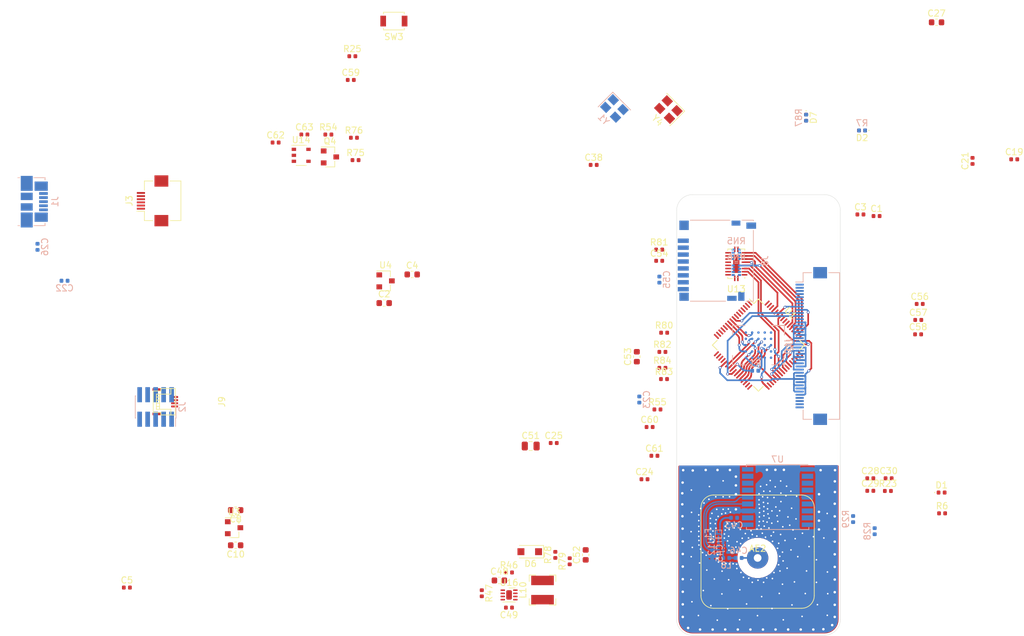
<source format=kicad_pcb>
(kicad_pcb (version 20171130) (host pcbnew 5.1.8+dfsg1-1~bpo10+1)
  (layers (0 F.Cu signal) (1 In1.Cu power) (2 In2.Cu power) (31 B.Cu signal) (34 B.Paste user) (35 F.Paste user) (36 B.SilkS user) (37 F.SilkS user) (38 B.Mask user) (39 F.Mask user) (44 Edge.Cuts user))
  (net 0 "")
  (net 1 GND)
  (net 2 /SDMMC1_VSEL)
  (net 3 /SDMMC1_CKIN)
  (net 4 /LTDC_G7)
  (net 5 /SDMMC1_CMD)
  (net 6 /SDMMC1_DET)
  (net 7 /SDMMC1_CK)
  (net 8 /SDMMC1_D3)
  (net 9 /SDMMC1_D2)
  (net 10 /LTDC_B6)
  (net 11 /LPUART1_RX_GPS)
  (net 12 /LPUART1_TX_GPS)
  (net 13 /LTDC_R6)
  (net 14 /SDMMC1_D1)
  (net 15 /SDMMC1_D0)
  (net 16 /LTDC_G6)
  (net 17 /I2C_SDA_SENSOR)
  (net 18 /I2C_SCL_SENSOR)
  (net 19 /LTDC_R7)
  (net 20 /LTDC_DE)
  (net 21 /OCTOSPIM_P1_IO7)
  (net 22 /OCTOSPIM_P1_IO6)
  (net 23 /OCTOSPIM_P1_IO5)
  (net 24 /OCTOSPIM_P1_IO4)
  (net 25 /OCTOSPIM_P1_CLK)
  (net 26 /OCTOSPIM_P1_IO0)
  (net 27 /OCTOSPIM_P1_IO1)
  (net 28 /OCTOSPIM_P1_DQS)
  (net 29 /OCTOSPIM_P1_IO2)
  (net 30 /OCTOSPIM_P1_IO3)
  (net 31 /RCC_OSC_OUT)
  (net 32 /RCC_OSC_IN)
  (net 33 /RCC_OSC32_OUT)
  (net 34 /RCC_OSC32_IN)
  (net 35 /LTDC_B7)
  (net 36 /SD_D1)
  (net 37 /SD_D0)
  (net 38 /SD_CLK)
  (net 39 /SD_CMD)
  (net 40 /SD_D3)
  (net 41 /SD_D2)
  (net 42 /VDD_SD_IO_3V3_1V8)
  (net 43 /TIM4_CH3_LCD_BL_PWM)
  (net 44 /DEBUG_SWDCLK_STM)
  (net 45 /DEBUG_SWDIO_STM)
  (net 46 /DEBUG_NRESET_STM)
  (net 47 "Net-(L8-Pad1)")
  (net 48 /GPS_WAKEUP)
  (net 49 "Net-(F1-Pad1)")
  (net 50 "Net-(C43-Pad1)")
  (net 51 /USB_PORT_VBUS)
  (net 52 "Net-(J2-Pad8)")
  (net 53 "Net-(J2-Pad7)")
  (net 54 "Net-(J2-Pad6)")
  (net 55 /VCC_MCU_3V3)
  (net 56 "Net-(C51-Pad1)")
  (net 57 /LTDC_VS)
  (net 58 /LTDC_HS)
  (net 59 /LTDC_CK)
  (net 60 "Net-(C54-Pad1)")
  (net 61 /GPS_1PPS)
  (net 62 /STM_STATUS)
  (net 63 "Net-(Q4-Pad1)")
  (net 64 /GPS_RESET)
  (net 65 /USB_STM_D+)
  (net 66 /USB_STM_D-)
  (net 67 /STC911_INT)
  (net 68 "Net-(U2-PadC5)")
  (net 69 "Net-(U2-PadB5)")
  (net 70 "Net-(U2-PadA5)")
  (net 71 "Net-(U2-PadA2)")
  (net 72 /VCC_BACKUP)
  (net 73 "Net-(U7-Pad15)")
  (net 74 /GPS_VCC_RF)
  (net 75 /GPS_ANT_OFF)
  (net 76 "Net-(C43-Pad2)")
  (net 77 "Net-(R54-Pad1)")
  (net 78 "Net-(D6-Pad2)")
  (net 79 "Net-(R78-Pad1)")
  (net 80 "Net-(J9-Pad4)")
  (net 81 "Net-(C49-Pad2)")
  (net 82 "Net-(AE2-Pad1)")
  (net 83 "Net-(C46-Pad2)")
  (net 84 "Net-(C48-Pad2)")
  (net 85 "Net-(C52-Pad2)")
  (net 86 "Net-(D1-Pad1)")
  (net 87 "Net-(D2-Pad1)")
  (net 88 "Net-(D7-Pad1)")
  (net 89 /STC911_RESET)
  (net 90 "Net-(J9-Pad3)")
  (net 91 "Net-(J9-Pad2)")
  (net 92 "Net-(J10-Pad7)")
  (net 93 "Net-(J10-Pad5)")
  (net 94 "Net-(J10-Pad4)")
  (net 95 "Net-(J10-Pad3)")
  (net 96 "Net-(J10-Pad2)")
  (net 97 "Net-(J10-Pad1)")
  (net 98 /VCC_VBUS_USB)
  (net 99 "Net-(U1-Pad56)")
  (net 100 "Net-(U1-Pad55)")
  (net 101 "Net-(J1-Pad4)")
  (net 102 /VCC_SD_3V3)
  (net 103 /VCC_MCU)
  (net 104 "Net-(U1-Pad57)")
  (net 105 /T1_C2_BACKLIGHT)
  (net 106 /OCTOSPIM_P1_NCLK)
  (net 107 /OCTOSPIM_P2_NCS)
  (net 108 /OCTOSPIM_P1_NCS)
  (net 109 /POWER_BTN)
  (net 110 /BACK_BTN)
  (net 111 /TOUCH_INT)
  (net 112 "Net-(R1-Pad1)")
  (net 113 "Net-(U1-Pad20)")
  (net 114 "Net-(U1-Pad17)")
  (module Connector_FFC-FPC:Hirose_FH12-40S-0.5SH_1x40-1MP_P0.50mm_Horizontal (layer B.Cu) (at 215.1825 134.442 270)
    (fp_text reference J10 (at 0 3.7 270) (layer B.SilkS) (effects (justify mirror)))
    (fp_text value PSP_LCD)
    (pad 40 smd rect (at 9.75 1.85 270) (size 0.3 1.3) (layers B.Cu B.Paste B.Mask) (net 1 GND))
    (pad 39 smd rect (at 9.25 1.85 270) (size 0.3 1.3) (layers B.Cu B.Paste B.Mask) (net 1 GND))
    (pad 38 smd rect (at 8.75 1.85 270) (size 0.3 1.3) (layers B.Cu B.Paste B.Mask) (net 60 "Net-(C54-Pad1)"))
    (pad 37 smd rect (at 8.25 1.85 270) (size 0.3 1.3) (layers B.Cu B.Paste B.Mask) (net 60 "Net-(C54-Pad1)"))
    (pad 36 smd rect (at 7.75 1.85 270) (size 0.3 1.3) (layers B.Cu B.Paste B.Mask) (net 13 /LTDC_R6))
    (pad 35 smd rect (at 7.25 1.85 270) (size 0.3 1.3) (layers B.Cu B.Paste B.Mask) (net 19 /LTDC_R7))
    (pad 34 smd rect (at 6.75 1.85 270) (size 0.3 1.3) (layers B.Cu B.Paste B.Mask) (net 13 /LTDC_R6))
    (pad 33 smd rect (at 6.25 1.85 270) (size 0.3 1.3) (layers B.Cu B.Paste B.Mask) (net 19 /LTDC_R7))
    (pad 32 smd rect (at 5.75 1.85 270) (size 0.3 1.3) (layers B.Cu B.Paste B.Mask) (net 13 /LTDC_R6))
    (pad 31 smd rect (at 5.25 1.85 270) (size 0.3 1.3) (layers B.Cu B.Paste B.Mask) (net 19 /LTDC_R7))
    (pad 30 smd rect (at 4.75 1.85 270) (size 0.3 1.3) (layers B.Cu B.Paste B.Mask) (net 13 /LTDC_R6))
    (pad 29 smd rect (at 4.25 1.85 270) (size 0.3 1.3) (layers B.Cu B.Paste B.Mask) (net 19 /LTDC_R7))
    (pad 28 smd rect (at 3.75 1.85 270) (size 0.3 1.3) (layers B.Cu B.Paste B.Mask) (net 16 /LTDC_G6))
    (pad 27 smd rect (at 3.25 1.85 270) (size 0.3 1.3) (layers B.Cu B.Paste B.Mask) (net 4 /LTDC_G7))
    (pad 26 smd rect (at 2.75 1.85 270) (size 0.3 1.3) (layers B.Cu B.Paste B.Mask) (net 16 /LTDC_G6))
    (pad 25 smd rect (at 2.25 1.85 270) (size 0.3 1.3) (layers B.Cu B.Paste B.Mask) (net 4 /LTDC_G7))
    (pad 24 smd rect (at 1.75 1.85 270) (size 0.3 1.3) (layers B.Cu B.Paste B.Mask) (net 16 /LTDC_G6))
    (pad 23 smd rect (at 1.25 1.85 270) (size 0.3 1.3) (layers B.Cu B.Paste B.Mask) (net 4 /LTDC_G7))
    (pad 22 smd rect (at 0.75 1.85 270) (size 0.3 1.3) (layers B.Cu B.Paste B.Mask) (net 16 /LTDC_G6))
    (pad 21 smd rect (at 0.25 1.85 270) (size 0.3 1.3) (layers B.Cu B.Paste B.Mask) (net 4 /LTDC_G7))
    (pad 20 smd rect (at -0.25 1.85 270) (size 0.3 1.3) (layers B.Cu B.Paste B.Mask) (net 10 /LTDC_B6))
    (pad 19 smd rect (at -0.75 1.85 270) (size 0.3 1.3) (layers B.Cu B.Paste B.Mask) (net 35 /LTDC_B7))
    (pad 18 smd rect (at -1.25 1.85 270) (size 0.3 1.3) (layers B.Cu B.Paste B.Mask) (net 10 /LTDC_B6))
    (pad 17 smd rect (at -1.75 1.85 270) (size 0.3 1.3) (layers B.Cu B.Paste B.Mask) (net 35 /LTDC_B7))
    (pad 16 smd rect (at -2.25 1.85 270) (size 0.3 1.3) (layers B.Cu B.Paste B.Mask) (net 10 /LTDC_B6))
    (pad 15 smd rect (at -2.75 1.85 270) (size 0.3 1.3) (layers B.Cu B.Paste B.Mask) (net 35 /LTDC_B7))
    (pad 14 smd rect (at -3.25 1.85 270) (size 0.3 1.3) (layers B.Cu B.Paste B.Mask) (net 10 /LTDC_B6))
    (pad 13 smd rect (at -3.75 1.85 270) (size 0.3 1.3) (layers B.Cu B.Paste B.Mask) (net 35 /LTDC_B7))
    (pad 12 smd rect (at -4.25 1.85 270) (size 0.3 1.3) (layers B.Cu B.Paste B.Mask) (net 1 GND))
    (pad 11 smd rect (at -4.75 1.85 270) (size 0.3 1.3) (layers B.Cu B.Paste B.Mask) (net 59 /LTDC_CK))
    (pad 10 smd rect (at -5.25 1.85 270) (size 0.3 1.3) (layers B.Cu B.Paste B.Mask) (net 20 /LTDC_DE))
    (pad 9 smd rect (at -5.75 1.85 270) (size 0.3 1.3) (layers B.Cu B.Paste B.Mask) (net 58 /LTDC_HS))
    (pad 8 smd rect (at -6.25 1.85 270) (size 0.3 1.3) (layers B.Cu B.Paste B.Mask) (net 57 /LTDC_VS))
    (pad 7 smd rect (at -6.75 1.85 270) (size 0.3 1.3) (layers B.Cu B.Paste B.Mask) (net 92 "Net-(J10-Pad7)"))
    (pad 6 smd rect (at -7.25 1.85 270) (size 0.3 1.3) (layers B.Cu B.Paste B.Mask) (net 56 "Net-(C51-Pad1)"))
    (pad 5 smd rect (at -7.75 1.85 270) (size 0.3 1.3) (layers B.Cu B.Paste B.Mask) (net 93 "Net-(J10-Pad5)"))
    (pad 4 smd rect (at -8.25 1.85 270) (size 0.3 1.3) (layers B.Cu B.Paste B.Mask) (net 94 "Net-(J10-Pad4)"))
    (pad 3 smd rect (at -8.75 1.85 270) (size 0.3 1.3) (layers B.Cu B.Paste B.Mask) (net 95 "Net-(J10-Pad3)"))
    (pad 2 smd rect (at -9.25 1.85 270) (size 0.3 1.3) (layers B.Cu B.Paste B.Mask) (net 96 "Net-(J10-Pad2)"))
    (pad 1 smd rect (at -9.75 1.85 270) (size 0.3 1.3) (layers B.Cu B.Paste B.Mask) (net 97 "Net-(J10-Pad1)"))
    (pad MP smd rect (at -11.65 -1.4 270) (size 1.8 2.2) (layers B.Cu B.Paste B.Mask))
    (pad MP smd rect (at 11.65 -1.4 270) (size 1.8 2.2) (layers B.Cu B.Paste B.Mask))
  )
  (module Package_QFP:LQFP-64_10x10mm_P0.5mm (layer F.Cu) (at 206.7805 134.306 315)
    (fp_text reference U1 (at 0 -7.2 135) (layer F.SilkS))
    (fp_text value STM32L4A6RGTx)
    (pad 64 smd rect (at -3.75 -5.7 45) (size 1 0.25) (layers F.Cu F.Paste F.Mask) (net 55 /VCC_MCU_3V3))
    (pad 63 smd rect (at -3.25 -5.7 45) (size 1 0.25) (layers F.Cu F.Paste F.Mask) (net 1 GND))
    (pad 62 smd rect (at -2.75 -5.7 45) (size 1 0.25) (layers F.Cu F.Paste F.Mask) (net 48 /GPS_WAKEUP))
    (pad 61 smd rect (at -2.25 -5.7 45) (size 1 0.25) (layers F.Cu F.Paste F.Mask) (net 3 /SDMMC1_CKIN))
    (pad 60 smd rect (at -1.75 -5.7 45) (size 1 0.25) (layers F.Cu F.Paste F.Mask) (net 64 /GPS_RESET))
    (pad 59 smd rect (at -1.25 -5.7 45) (size 1 0.25) (layers F.Cu F.Paste F.Mask) (net 57 /LTDC_VS))
    (pad 58 smd rect (at -0.75 -5.7 45) (size 1 0.25) (layers F.Cu F.Paste F.Mask) (net 13 /LTDC_R6))
    (pad 57 smd rect (at -0.25 -5.7 45) (size 1 0.25) (layers F.Cu F.Paste F.Mask) (net 104 "Net-(U1-Pad57)"))
    (pad 56 smd rect (at 0.25 -5.7 45) (size 1 0.25) (layers F.Cu F.Paste F.Mask) (net 99 "Net-(U1-Pad56)"))
    (pad 55 smd rect (at 0.75 -5.7 45) (size 1 0.25) (layers F.Cu F.Paste F.Mask) (net 100 "Net-(U1-Pad55)"))
    (pad 54 smd rect (at 1.25 -5.7 45) (size 1 0.25) (layers F.Cu F.Paste F.Mask) (net 5 /SDMMC1_CMD))
    (pad 53 smd rect (at 1.75 -5.7 45) (size 1 0.25) (layers F.Cu F.Paste F.Mask) (net 7 /SDMMC1_CK))
    (pad 52 smd rect (at 2.25 -5.7 45) (size 1 0.25) (layers F.Cu F.Paste F.Mask) (net 8 /SDMMC1_D3))
    (pad 51 smd rect (at 2.75 -5.7 45) (size 1 0.25) (layers F.Cu F.Paste F.Mask) (net 9 /SDMMC1_D2))
    (pad 50 smd rect (at 3.25 -5.7 45) (size 1 0.25) (layers F.Cu F.Paste F.Mask) (net 58 /LTDC_HS))
    (pad 49 smd rect (at 3.75 -5.7 45) (size 1 0.25) (layers F.Cu F.Paste F.Mask) (net 44 /DEBUG_SWDCLK_STM))
    (pad 48 smd rect (at 5.7 -3.75 315) (size 1 0.25) (layers F.Cu F.Paste F.Mask) (net 55 /VCC_MCU_3V3))
    (pad 47 smd rect (at 5.7 -3.25 315) (size 1 0.25) (layers F.Cu F.Paste F.Mask) (net 1 GND))
    (pad 46 smd rect (at 5.7 -2.75 315) (size 1 0.25) (layers F.Cu F.Paste F.Mask) (net 45 /DEBUG_SWDIO_STM))
    (pad 45 smd rect (at 5.7 -2.25 315) (size 1 0.25) (layers F.Cu F.Paste F.Mask) (net 65 /USB_STM_D+))
    (pad 44 smd rect (at 5.7 -1.75 315) (size 1 0.25) (layers F.Cu F.Paste F.Mask) (net 66 /USB_STM_D-))
    (pad 43 smd rect (at 5.7 -1.25 315) (size 1 0.25) (layers F.Cu F.Paste F.Mask) (net 16 /LTDC_G6))
    (pad 42 smd rect (at 5.7 -0.75 315) (size 1 0.25) (layers F.Cu F.Paste F.Mask) (net 105 /T1_C2_BACKLIGHT))
    (pad 41 smd rect (at 5.7 -0.25 315) (size 1 0.25) (layers F.Cu F.Paste F.Mask) (net 35 /LTDC_B7))
    (pad 40 smd rect (at 5.7 0.25 315) (size 1 0.25) (layers F.Cu F.Paste F.Mask) (net 14 /SDMMC1_D1))
    (pad 39 smd rect (at 5.7 0.75 315) (size 1 0.25) (layers F.Cu F.Paste F.Mask) (net 15 /SDMMC1_D0))
    (pad 38 smd rect (at 5.7 1.25 315) (size 1 0.25) (layers F.Cu F.Paste F.Mask) (net 10 /LTDC_B6))
    (pad 37 smd rect (at 5.7 1.75 315) (size 1 0.25) (layers F.Cu F.Paste F.Mask) (net 4 /LTDC_G7))
    (pad 36 smd rect (at 5.7 2.25 315) (size 1 0.25) (layers F.Cu F.Paste F.Mask) (net 21 /OCTOSPIM_P1_IO7))
    (pad 35 smd rect (at 5.7 2.75 315) (size 1 0.25) (layers F.Cu F.Paste F.Mask) (net 17 /I2C_SDA_SENSOR))
    (pad 34 smd rect (at 5.7 3.25 315) (size 1 0.25) (layers F.Cu F.Paste F.Mask) (net 18 /I2C_SCL_SENSOR))
    (pad 33 smd rect (at 5.7 3.75 315) (size 1 0.25) (layers F.Cu F.Paste F.Mask) (net 106 /OCTOSPIM_P1_NCLK))
    (pad 32 smd rect (at 3.75 5.7 45) (size 1 0.25) (layers F.Cu F.Paste F.Mask) (net 55 /VCC_MCU_3V3))
    (pad 31 smd rect (at 3.25 5.7 45) (size 1 0.25) (layers F.Cu F.Paste F.Mask) (net 1 GND))
    (pad 30 smd rect (at 2.75 5.7 45) (size 1 0.25) (layers F.Cu F.Paste F.Mask) (net 108 /OCTOSPIM_P1_NCS))
    (pad 29 smd rect (at 2.25 5.7 45) (size 1 0.25) (layers F.Cu F.Paste F.Mask) (net 25 /OCTOSPIM_P1_CLK))
    (pad 28 smd rect (at 1.75 5.7 45) (size 1 0.25) (layers F.Cu F.Paste F.Mask) (net 28 /OCTOSPIM_P1_DQS))
    (pad 27 smd rect (at 1.25 5.7 45) (size 1 0.25) (layers F.Cu F.Paste F.Mask) (net 26 /OCTOSPIM_P1_IO0))
    (pad 26 smd rect (at 0.75 5.7 45) (size 1 0.25) (layers F.Cu F.Paste F.Mask) (net 27 /OCTOSPIM_P1_IO1))
    (pad 25 smd rect (at 0.25 5.7 45) (size 1 0.25) (layers F.Cu F.Paste F.Mask) (net 59 /LTDC_CK))
    (pad 24 smd rect (at -0.25 5.7 45) (size 1 0.25) (layers F.Cu F.Paste F.Mask) (net 107 /OCTOSPIM_P2_NCS))
    (pad 23 smd rect (at -0.75 5.7 45) (size 1 0.25) (layers F.Cu F.Paste F.Mask) (net 29 /OCTOSPIM_P1_IO2))
    (pad 22 smd rect (at -1.25 5.7 45) (size 1 0.25) (layers F.Cu F.Paste F.Mask) (net 30 /OCTOSPIM_P1_IO3))
    (pad 21 smd rect (at -1.75 5.7 45) (size 1 0.25) (layers F.Cu F.Paste F.Mask) (net 19 /LTDC_R7))
    (pad 20 smd rect (at -2.25 5.7 45) (size 1 0.25) (layers F.Cu F.Paste F.Mask) (net 113 "Net-(U1-Pad20)"))
    (pad 19 smd rect (at -2.75 5.7 45) (size 1 0.25) (layers F.Cu F.Paste F.Mask) (net 55 /VCC_MCU_3V3))
    (pad 18 smd rect (at -3.25 5.7 45) (size 1 0.25) (layers F.Cu F.Paste F.Mask) (net 1 GND))
    (pad 17 smd rect (at -3.75 5.7 45) (size 1 0.25) (layers F.Cu F.Paste F.Mask) (net 114 "Net-(U1-Pad17)"))
    (pad 16 smd rect (at -5.7 3.75 315) (size 1 0.25) (layers F.Cu F.Paste F.Mask) (net 109 /POWER_BTN))
    (pad 15 smd rect (at -5.7 3.25 315) (size 1 0.25) (layers F.Cu F.Paste F.Mask) (net 110 /BACK_BTN))
    (pad 14 smd rect (at -5.7 2.75 315) (size 1 0.25) (layers F.Cu F.Paste F.Mask) (net 111 /TOUCH_INT))
    (pad 13 smd rect (at -5.7 2.25 315) (size 1 0.25) (layers F.Cu F.Paste F.Mask) (net 55 /VCC_MCU_3V3))
    (pad 12 smd rect (at -5.7 1.75 315) (size 1 0.25) (layers F.Cu F.Paste F.Mask) (net 1 GND))
    (pad 11 smd rect (at -5.7 1.25 315) (size 1 0.25) (layers F.Cu F.Paste F.Mask) (net 22 /OCTOSPIM_P1_IO6))
    (pad 10 smd rect (at -5.7 0.75 315) (size 1 0.25) (layers F.Cu F.Paste F.Mask) (net 23 /OCTOSPIM_P1_IO5))
    (pad 9 smd rect (at -5.7 0.25 315) (size 1 0.25) (layers F.Cu F.Paste F.Mask) (net 24 /OCTOSPIM_P1_IO4))
    (pad 8 smd rect (at -5.7 -0.25 315) (size 1 0.25) (layers F.Cu F.Paste F.Mask) (net 20 /LTDC_DE))
    (pad 7 smd rect (at -5.7 -0.75 315) (size 1 0.25) (layers F.Cu F.Paste F.Mask) (net 46 /DEBUG_NRESET_STM))
    (pad 6 smd rect (at -5.7 -1.25 315) (size 1 0.25) (layers F.Cu F.Paste F.Mask) (net 31 /RCC_OSC_OUT))
    (pad 5 smd rect (at -5.7 -1.75 315) (size 1 0.25) (layers F.Cu F.Paste F.Mask) (net 32 /RCC_OSC_IN))
    (pad 4 smd rect (at -5.7 -2.25 315) (size 1 0.25) (layers F.Cu F.Paste F.Mask) (net 33 /RCC_OSC32_OUT))
    (pad 3 smd rect (at -5.7 -2.75 315) (size 1 0.25) (layers F.Cu F.Paste F.Mask) (net 34 /RCC_OSC32_IN))
    (pad 2 smd rect (at -5.7 -3.25 315) (size 1 0.25) (layers F.Cu F.Paste F.Mask) (net 62 /STM_STATUS))
    (pad 1 smd rect (at -5.7 -3.75 315) (size 1 0.25) (layers F.Cu F.Paste F.Mask) (net 55 /VCC_MCU_3V3))
  )
  (module Resistor_SMD:R_0402_1005Metric (layer B.Cu) (at 206.2725 138.37 180)
    (fp_text reference R1 (at 0 1.17) (layer B.SilkS) (effects (justify mirror)))
    (fp_text value NC)
    (pad 2 smd roundrect (at 0.485 0 180) (size 0.59 0.64) (layers B.Cu B.Paste B.Mask) (net 107 /OCTOSPIM_P2_NCS))
    (pad 1 smd roundrect (at -0.485 0 180) (size 0.59 0.64) (layers B.Cu B.Paste B.Mask) (net 112 "Net-(R1-Pad1)"))
  )
  (module Capacitor_SMD:C_0402_1005Metric (layer F.Cu) (at 106.4085 172.834)
    (fp_text reference C5 (at 0 -1.17) (layer F.SilkS))
    (fp_text value 0.1u)
    (pad 1 smd roundrect (at -0.485 0) (size 0.59 0.64) (layers F.Cu F.Paste F.Mask) (net 55 /VCC_MCU_3V3))
    (pad 2 smd roundrect (at 0.485 0) (size 0.59 0.64) (layers F.Cu F.Paste F.Mask) (net 1 GND))
  )
  (module Package_TO_SOT_SMD:SOT-23 (layer F.Cu) (at 147.5225 124.092)
    (fp_text reference U4 (at 0 -2.5) (layer F.SilkS))
    (fp_text value MCP1812B)
    (pad 3 smd rect (at 1 0) (size 0.9 0.8) (layers F.Cu F.Paste F.Mask) (net 1 GND))
    (pad 2 smd rect (at -1 0.95) (size 0.9 0.8) (layers F.Cu F.Paste F.Mask) (net 102 /VCC_SD_3V3))
    (pad 1 smd rect (at -1 -0.95) (size 0.9 0.8) (layers F.Cu F.Paste F.Mask) (net 51 /USB_PORT_VBUS))
  )
  (module Capacitor_SMD:C_0603_1608Metric (layer F.Cu) (at 151.7525 123.072)
    (fp_text reference C4 (at 0 -1.43) (layer F.SilkS))
    (fp_text value 1u)
    (pad 2 smd roundrect (at 0.7875 0) (size 0.875 0.95) (layers F.Cu F.Paste F.Mask) (net 102 /VCC_SD_3V3))
    (pad 1 smd roundrect (at -0.7875 0) (size 0.875 0.95) (layers F.Cu F.Paste F.Mask) (net 1 GND))
  )
  (module Capacitor_SMD:C_0603_1608Metric (layer F.Cu) (at 147.3025 127.622)
    (fp_text reference C2 (at 0 -1.43) (layer F.SilkS))
    (fp_text value 1u)
    (pad 2 smd roundrect (at 0.7875 0) (size 0.875 0.95) (layers F.Cu F.Paste F.Mask) (net 51 /USB_PORT_VBUS))
    (pad 1 smd roundrect (at -0.7875 0) (size 0.875 0.95) (layers F.Cu F.Paste F.Mask) (net 1 GND))
  )
  (module LED_SMD:LED_0402_1005Metric (layer F.Cu) (at 214.3585 98.158 270)
    (fp_text reference D7 (at 0 -1.17 90) (layer F.SilkS))
    (fp_text value USB_DETECT)
    (pad 2 smd roundrect (at 0.485 0 270) (size 0.59 0.64) (layers F.Cu F.Paste F.Mask) (net 51 /USB_PORT_VBUS))
    (pad 1 smd roundrect (at -0.485 0 270) (size 0.59 0.64) (layers F.Cu F.Paste F.Mask) (net 88 "Net-(D7-Pad1)"))
  )
  (module Filter:Filter_1109-5_1.1x0.9mm (layer B.Cu) (at 200.425 164.3 90)
    (fp_text reference F1 (at 0 -1.6 90) (layer B.SilkS) (effects (justify mirror)))
    (fp_text value B39162B8813P810)
    (pad 1 smd rect (at -0.385 0) (size 0.25 0.18) (layers B.Cu B.Paste B.Mask) (net 49 "Net-(F1-Pad1)"))
    (pad 2 smd rect (at 0 -0.25) (size 0.25 0.18) (layers B.Cu B.Paste B.Mask) (net 1 GND))
    (pad 3 smd rect (at 0.385 -0.25) (size 0.25 0.18) (layers B.Cu B.Paste B.Mask) (net 1 GND))
    (pad 4 smd rect (at 0.385 0.25) (size 0.25 0.18) (layers B.Cu B.Paste B.Mask) (net 50 "Net-(C43-Pad1)"))
    (pad 5 smd rect (at 0 0.25) (size 0.25 0.18) (layers B.Cu B.Paste B.Mask) (net 1 GND))
  )
  (module LED_SMD:LED_0402_1005Metric (layer F.Cu) (at 223.2485 100.19 180)
    (fp_text reference D2 (at 0 -1.17) (layer F.SilkS))
    (fp_text value STM_STATUS)
    (pad 2 smd roundrect (at 0.485 0 180) (size 0.59 0.64) (layers F.Cu F.Paste F.Mask) (net 62 /STM_STATUS))
    (pad 1 smd roundrect (at -0.485 0 180) (size 0.59 0.64) (layers F.Cu F.Paste F.Mask) (net 87 "Net-(D2-Pad1)"))
  )
  (module LED_SMD:LED_0402_1005Metric (layer F.Cu) (at 235.8875 157.734)
    (fp_text reference D1 (at 0 -1.17) (layer F.SilkS))
    (fp_text value GPS_1PPS)
    (pad 2 smd roundrect (at 0.485 0) (size 0.59 0.64) (layers F.Cu F.Paste F.Mask) (net 61 /GPS_1PPS))
    (pad 1 smd roundrect (at -0.485 0) (size 0.59 0.64) (layers F.Cu F.Paste F.Mask) (net 86 "Net-(D1-Pad1)"))
  )
  (module Connector_PinHeader_1.27mm:PinHeader_2x05_P1.27mm_Vertical_SMD (layer B.Cu) (at 110.9805 144.132 90)
    (fp_text reference J2 (at 0 4.235 270) (layer B.SilkS) (effects (justify mirror)))
    (fp_text value DEBUG_STM)
    (pad 10 smd rect (at 1.95 -2.54 90) (size 2.4 0.74) (layers B.Cu B.Paste B.Mask) (net 46 /DEBUG_NRESET_STM))
    (pad 9 smd rect (at -1.95 -2.54 90) (size 2.4 0.74) (layers B.Cu B.Paste B.Mask) (net 1 GND))
    (pad 8 smd rect (at 1.95 -1.27 90) (size 2.4 0.74) (layers B.Cu B.Paste B.Mask) (net 52 "Net-(J2-Pad8)"))
    (pad 7 smd rect (at -1.95 -1.27 90) (size 2.4 0.74) (layers B.Cu B.Paste B.Mask) (net 53 "Net-(J2-Pad7)"))
    (pad 6 smd rect (at 1.95 0 90) (size 2.4 0.74) (layers B.Cu B.Paste B.Mask) (net 54 "Net-(J2-Pad6)"))
    (pad 5 smd rect (at -1.95 0 90) (size 2.4 0.74) (layers B.Cu B.Paste B.Mask) (net 1 GND))
    (pad 4 smd rect (at 1.95 1.27 90) (size 2.4 0.74) (layers B.Cu B.Paste B.Mask) (net 44 /DEBUG_SWDCLK_STM))
    (pad 3 smd rect (at -1.95 1.27 90) (size 2.4 0.74) (layers B.Cu B.Paste B.Mask) (net 1 GND))
    (pad 2 smd rect (at 1.95 2.54 90) (size 2.4 0.74) (layers B.Cu B.Paste B.Mask) (net 45 /DEBUG_SWDIO_STM))
    (pad 1 smd rect (at -1.95 2.54 90) (size 2.4 0.74) (layers B.Cu B.Paste B.Mask) (net 55 /VCC_MCU_3V3))
  )
  (module Capacitor_SMD:C_0402_1005Metric (layer F.Cu) (at 188.67 155.62)
    (fp_text reference C24 (at 0 -1.17) (layer F.SilkS))
    (fp_text value 0.1u)
    (pad 2 smd roundrect (at 0.485 0) (size 0.59 0.64) (layers F.Cu F.Paste F.Mask) (net 1 GND))
    (pad 1 smd roundrect (at -0.485 0) (size 0.59 0.64) (layers F.Cu F.Paste F.Mask) (net 55 /VCC_MCU_3V3))
  )
  (module Capacitor_SMD:C_0805_2012Metric (layer F.Cu) (at 170.584 150.34)
    (fp_text reference C51 (at 0 -1.65) (layer F.SilkS))
    (fp_text value 10u)
    (pad 2 smd roundrect (at 0.9375 0) (size 0.975 1.4) (layers F.Cu F.Paste F.Mask) (net 1 GND))
    (pad 1 smd roundrect (at -0.9375 0) (size 0.975 1.4) (layers F.Cu F.Paste F.Mask) (net 56 "Net-(C51-Pad1)"))
  )
  (module Capacitor_SMD:C_0402_1005Metric (layer F.Cu) (at 174.244 149.86)
    (fp_text reference C25 (at 0 -1.17) (layer F.SilkS))
    (fp_text value 0.1u)
    (pad 2 smd roundrect (at 0.485 0) (size 0.59 0.64) (layers F.Cu F.Paste F.Mask) (net 1 GND))
    (pad 1 smd roundrect (at -0.485 0) (size 0.59 0.64) (layers F.Cu F.Paste F.Mask) (net 55 /VCC_MCU_3V3))
  )
  (module Connector_USB:USB_Micro-B_Molex_47346-0001 (layer B.Cu) (at 91.694 111.506 90)
    (fp_text reference J1 (at 0 3.3 90) (layer B.SilkS) (effects (justify mirror)))
    (fp_text value USB_B_Micro)
    (pad 6 smd rect (at 0.84 -1.2 90) (size 1.175 1.9) (layers B.Cu B.Paste B.Mask) (net 1 GND))
    (pad 6 smd rect (at -0.84 -1.2 90) (size 1.175 1.9) (layers B.Cu B.Paste B.Mask) (net 1 GND))
    (pad 6 smd rect (at 2.91 -1.2 90) (size 2.375 1.9) (layers B.Cu B.Paste B.Mask) (net 1 GND))
    (pad 6 smd rect (at -2.91 -1.2 90) (size 2.375 1.9) (layers B.Cu B.Paste B.Mask) (net 1 GND))
    (pad 6 smd rect (at 2.4625 1.1 90) (size 1.475 2.1) (layers B.Cu B.Paste B.Mask) (net 1 GND))
    (pad 6 smd rect (at -2.4625 1.1 90) (size 1.475 2.1) (layers B.Cu B.Paste B.Mask) (net 1 GND))
    (pad 5 smd rect (at 1.3 1.46 90) (size 0.45 1.38) (layers B.Cu B.Paste B.Mask) (net 1 GND))
    (pad 4 smd rect (at 0.65 1.46 90) (size 0.45 1.38) (layers B.Cu B.Paste B.Mask) (net 101 "Net-(J1-Pad4)"))
    (pad 3 smd rect (at 0 1.46 90) (size 0.45 1.38) (layers B.Cu B.Paste B.Mask) (net 66 /USB_STM_D-))
    (pad 2 smd rect (at -0.65 1.46 90) (size 0.45 1.38) (layers B.Cu B.Paste B.Mask) (net 65 /USB_STM_D+))
    (pad 1 smd rect (at -1.3 1.46 90) (size 0.45 1.38) (layers B.Cu B.Paste B.Mask) (net 51 /USB_PORT_VBUS))
  )
  (module Resistor_SMD:R_0402_1005Metric (layer B.Cu) (at 223.2485 100.19 180)
    (fp_text reference R7 (at 0 1.17) (layer B.SilkS) (effects (justify mirror)))
    (fp_text value 1k)
    (pad 2 smd roundrect (at 0.485 0 180) (size 0.59 0.64) (layers B.Cu B.Paste B.Mask) (net 1 GND))
    (pad 1 smd roundrect (at -0.485 0 180) (size 0.59 0.64) (layers B.Cu B.Paste B.Mask) (net 87 "Net-(D2-Pad1)"))
  )
  (module Resistor_SMD:R_0402_1005Metric (layer F.Cu) (at 235.966 161.036)
    (fp_text reference R6 (at 0 -1.17) (layer F.SilkS))
    (fp_text value 1k)
    (pad 2 smd roundrect (at 0.485 0) (size 0.59 0.64) (layers F.Cu F.Paste F.Mask) (net 1 GND))
    (pad 1 smd roundrect (at -0.485 0) (size 0.59 0.64) (layers F.Cu F.Paste F.Mask) (net 86 "Net-(D1-Pad1)"))
  )
  (module Inductor_SMD:L_Bourns-SRN4018 (layer F.Cu) (at 172.466 173.228 270)
    (fp_text reference L10 (at 0 3.1 90) (layer F.SilkS))
    (fp_text value 3.9n)
    (pad 2 smd rect (at 1.525 0 270) (size 1.5 3.6) (layers F.Cu F.Paste F.Mask) (net 78 "Net-(D6-Pad2)"))
    (pad 1 smd rect (at -1.525 0 270) (size 1.5 3.6) (layers F.Cu F.Paste F.Mask) (net 84 "Net-(C48-Pad2)"))
  )
  (module Capacitor_SMD:C_0402_1005Metric (layer F.Cu) (at 227.468 155.469)
    (fp_text reference C30 (at 0 -1.17) (layer F.SilkS))
    (fp_text value 0.1u)
    (pad 2 smd roundrect (at 0.485 0) (size 0.59 0.64) (layers F.Cu F.Paste F.Mask) (net 1 GND))
    (pad 1 smd roundrect (at -0.485 0) (size 0.59 0.64) (layers F.Cu F.Paste F.Mask) (net 72 /VCC_BACKUP))
  )
  (module Capacitor_SMD:C_0402_1005Metric (layer F.Cu) (at 224.558 157.459)
    (fp_text reference C29 (at 0 -1.17) (layer F.SilkS))
    (fp_text value 0.1u)
    (pad 2 smd roundrect (at 0.485 0) (size 0.59 0.64) (layers F.Cu F.Paste F.Mask) (net 1 GND))
    (pad 1 smd roundrect (at -0.485 0) (size 0.59 0.64) (layers F.Cu F.Paste F.Mask) (net 55 /VCC_MCU_3V3))
  )
  (module Capacitor_SMD:C_0402_1005Metric (layer F.Cu) (at 224.558 155.469)
    (fp_text reference C28 (at 0 -1.17) (layer F.SilkS))
    (fp_text value 0.1u)
    (pad 2 smd roundrect (at 0.485 0) (size 0.59 0.64) (layers F.Cu F.Paste F.Mask) (net 1 GND))
    (pad 1 smd roundrect (at -0.485 0) (size 0.59 0.64) (layers F.Cu F.Paste F.Mask) (net 55 /VCC_MCU_3V3))
  )
  (module Connector_Card:microSD_HC_Hirose_DM3D-SF (layer B.Cu) (at 200.1845 120.89 90)
    (fp_text reference J8 (at -0.025 7.625 270) (layer B.SilkS) (effects (justify mirror)))
    (fp_text value Micro_SD_Card_Det)
    (pad 10 smd rect (at 5.575 5.45 90) (size 1 1.55) (layers B.Cu B.Paste B.Mask) (net 1 GND))
    (pad 11 smd rect (at 5.625 -5.225 90) (size 1.5 1.5) (layers B.Cu B.Paste B.Mask) (net 1 GND))
    (pad 1 smd rect (at 3.175 -5.35 90) (size 0.7 1.75) (layers B.Cu B.Paste B.Mask) (net 41 /SD_D2))
    (pad 2 smd rect (at 2.075 -5.35 90) (size 0.7 1.75) (layers B.Cu B.Paste B.Mask) (net 40 /SD_D3))
    (pad 3 smd rect (at 0.975 -5.35 90) (size 0.7 1.75) (layers B.Cu B.Paste B.Mask) (net 39 /SD_CMD))
    (pad 4 smd rect (at -0.125 -5.35 90) (size 0.7 1.75) (layers B.Cu B.Paste B.Mask) (net 102 /VCC_SD_3V3))
    (pad 5 smd rect (at -1.225 -5.35 90) (size 0.7 1.75) (layers B.Cu B.Paste B.Mask) (net 38 /SD_CLK))
    (pad 6 smd rect (at -2.325 -5.35 90) (size 0.7 1.75) (layers B.Cu B.Paste B.Mask) (net 1 GND))
    (pad 7 smd rect (at -3.425 -5.35 90) (size 0.7 1.75) (layers B.Cu B.Paste B.Mask) (net 37 /SD_D0))
    (pad 11 smd rect (at 5.975 3.025 90) (size 0.8 1.4) (layers B.Cu B.Paste B.Mask) (net 1 GND))
    (pad 9 smd rect (at -5.65 3.875 90) (size 1.45 1) (layers B.Cu B.Paste B.Mask) (net 6 /SDMMC1_DET))
    (pad 11 smd rect (at -5.975 2.375 90) (size 0.8 1.5) (layers B.Cu B.Paste B.Mask) (net 1 GND))
    (pad 11 smd rect (at -5.725 -5.225 90) (size 1.3 1.5) (layers B.Cu B.Paste B.Mask) (net 1 GND))
    (pad 8 smd rect (at -4.525 -5.35 90) (size 0.7 1.75) (layers B.Cu B.Paste B.Mask) (net 36 /SD_D1))
  )
  (module Inductor_SMD:L_0402_1005Metric (layer B.Cu) (at 201.65 168.125)
    (fp_text reference L8 (at 0 1.17 180) (layer B.SilkS) (effects (justify mirror)))
    (fp_text value 5n6)
    (pad 2 smd roundrect (at 0.485 0) (size 0.59 0.64) (layers B.Cu B.Paste B.Mask) (net 83 "Net-(C46-Pad2)"))
    (pad 1 smd roundrect (at -0.485 0) (size 0.59 0.64) (layers B.Cu B.Paste B.Mask) (net 47 "Net-(L8-Pad1)"))
  )
  (module atlas:BGA-25_5x5_6.0x8.0mm (layer B.Cu) (at 206.7805 134.306 90)
    (fp_text reference U2 (at 0 5 90) (layer B.SilkS) (effects (justify mirror)))
    (fp_text value W957A8MFYA5I)
    (pad A1 smd circle (at -2 2 90) (size 0.4 0.4) (layers B.Cu B.Paste B.Mask))
    (pad B1 smd circle (at -2 1 90) (size 0.4 0.4) (layers B.Cu B.Paste B.Mask) (net 106 /OCTOSPIM_P1_NCLK))
    (pad C1 smd circle (at -2 0 90) (size 0.4 0.4) (layers B.Cu B.Paste B.Mask) (net 1 GND))
    (pad D1 smd circle (at -2 -1 90) (size 0.4 0.4) (layers B.Cu B.Paste B.Mask) (net 55 /VCC_MCU_3V3))
    (pad E1 smd circle (at -2 -2 90) (size 0.4 0.4) (layers B.Cu B.Paste B.Mask) (net 21 /OCTOSPIM_P1_IO7))
    (pad A2 smd circle (at -1 2 90) (size 0.4 0.4) (layers B.Cu B.Paste B.Mask) (net 71 "Net-(U2-PadA2)"))
    (pad B2 smd circle (at -1 1 90) (size 0.4 0.4) (layers B.Cu B.Paste B.Mask) (net 25 /OCTOSPIM_P1_CLK))
    (pad C2 smd circle (at -1 0 90) (size 0.4 0.4) (layers B.Cu B.Paste B.Mask) (net 112 "Net-(R1-Pad1)"))
    (pad D2 smd circle (at -1 -1 90) (size 0.4 0.4) (layers B.Cu B.Paste B.Mask) (net 27 /OCTOSPIM_P1_IO1))
    (pad E2 smd circle (at -1 -2 90) (size 0.4 0.4) (layers B.Cu B.Paste B.Mask) (net 22 /OCTOSPIM_P1_IO6))
    (pad A3 smd circle (at 0 2 90) (size 0.4 0.4) (layers B.Cu B.Paste B.Mask) (net 108 /OCTOSPIM_P1_NCS))
    (pad B3 smd circle (at 0 1 90) (size 0.4 0.4) (layers B.Cu B.Paste B.Mask) (net 1 GND))
    (pad C3 smd circle (at 0 0 90) (size 0.4 0.4) (layers B.Cu B.Paste B.Mask) (net 28 /OCTOSPIM_P1_DQS))
    (pad D3 smd circle (at 0 -1 90) (size 0.4 0.4) (layers B.Cu B.Paste B.Mask) (net 26 /OCTOSPIM_P1_IO0))
    (pad E3 smd circle (at 0 -2 90) (size 0.4 0.4) (layers B.Cu B.Paste B.Mask) (net 23 /OCTOSPIM_P1_IO5))
    (pad A4 smd circle (at 1 2 90) (size 0.4 0.4) (layers B.Cu B.Paste B.Mask) (net 46 /DEBUG_NRESET_STM))
    (pad B4 smd circle (at 1 1 90) (size 0.4 0.4) (layers B.Cu B.Paste B.Mask) (net 55 /VCC_MCU_3V3))
    (pad C4 smd circle (at 1 0 90) (size 0.4 0.4) (layers B.Cu B.Paste B.Mask) (net 29 /OCTOSPIM_P1_IO2))
    (pad D4 smd circle (at 1 -1 90) (size 0.4 0.4) (layers B.Cu B.Paste B.Mask) (net 30 /OCTOSPIM_P1_IO3))
    (pad E4 smd circle (at 1 -2 90) (size 0.4 0.4) (layers B.Cu B.Paste B.Mask) (net 55 /VCC_MCU_3V3))
    (pad A5 smd circle (at 2 2 90) (size 0.4 0.4) (layers B.Cu B.Paste B.Mask) (net 70 "Net-(U2-PadA5)"))
    (pad B5 smd circle (at 2 1 90) (size 0.4 0.4) (layers B.Cu B.Paste B.Mask) (net 69 "Net-(U2-PadB5)"))
    (pad C5 smd circle (at 2 0 90) (size 0.4 0.4) (layers B.Cu B.Paste B.Mask) (net 68 "Net-(U2-PadC5)"))
    (pad D5 smd circle (at 2 -1 90) (size 0.4 0.4) (layers B.Cu B.Paste B.Mask) (net 24 /OCTOSPIM_P1_IO4))
    (pad E5 smd circle (at 2 -2 90) (size 0.4 0.4) (layers B.Cu B.Paste B.Mask) (net 1 GND))
  )
  (module Crystal:Crystal_SMD_3225-4Pin_3.2x2.5mm (layer F.Cu) (at 192.463358 96.866777 135)
    (fp_text reference Y4 (at 0 -2.450001 135) (layer F.SilkS))
    (fp_text value 32k)
    (pad 4 smd rect (at -1.1 -0.85 135) (size 1.4 1.2) (layers F.Cu F.Paste F.Mask))
    (pad 3 smd rect (at 1.1 -0.85 135) (size 1.4 1.2) (layers F.Cu F.Paste F.Mask))
    (pad 2 smd rect (at 1.1 0.85 135) (size 1.4 1.2) (layers F.Cu F.Paste F.Mask) (net 34 /RCC_OSC32_IN))
    (pad 1 smd rect (at -1.1 0.85 135) (size 1.4 1.2) (layers F.Cu F.Paste F.Mask) (net 33 /RCC_OSC32_OUT))
  )
  (module Crystal:Crystal_SMD_3225-4Pin_3.2x2.5mm (layer B.Cu) (at 183.8845 96.69 315)
    (fp_text reference Y1 (at 0 2.450001 315) (layer B.SilkS) (effects (justify mirror)))
    (fp_text value 16M)
    (pad 4 smd rect (at -1.1 0.85 315) (size 1.4 1.2) (layers B.Cu B.Paste B.Mask))
    (pad 3 smd rect (at 1.1 0.85 315) (size 1.4 1.2) (layers B.Cu B.Paste B.Mask))
    (pad 2 smd rect (at 1.1 -0.85 315) (size 1.4 1.2) (layers B.Cu B.Paste B.Mask) (net 31 /RCC_OSC_OUT))
    (pad 1 smd rect (at -1.1 -0.85 315) (size 1.4 1.2) (layers B.Cu B.Paste B.Mask) (net 32 /RCC_OSC_IN))
  )
  (module atlas:6-XSON_1.5x1.0mm_0.5mm (layer B.Cu) (at 200.8 166.325 270)
    (fp_text reference U12 (at 0 1.5 270) (layer B.SilkS) (effects (justify mirror)))
    (fp_text value BGU7007)
    (pad 6 smd rect (at -0.5 0.45 270) (size 0.2 0.45) (drill (offset 0 -0.075)) (layers B.Cu B.Mask) (net 49 "Net-(F1-Pad1)"))
    (pad 2 smd rect (at 0 -0.3 270) (size 0.2 0.45) (drill (offset 0 -0.075)) (layers B.Cu B.Mask) (net 1 GND))
    (pad 4 smd rect (at 0.5 0.3 270) (size 0.2 0.45) (drill (offset 0 0.075)) (layers B.Cu B.Mask) (net 74 /GPS_VCC_RF))
    (pad 3 smd rect (at 0.5 -0.3 270) (size 0.2 0.45) (drill (offset 0 -0.075)) (layers B.Cu B.Mask) (net 47 "Net-(L8-Pad1)"))
    (pad 5 smd rect (at 0 0.3 270) (size 0.2 0.45) (drill (offset 0 0.075)) (layers B.Cu B.Mask) (net 75 /GPS_ANT_OFF))
    (pad 1 smd rect (at -0.5 -0.4 270) (size 0.2 0.5) (drill (offset 0 0.05)) (layers B.Cu B.Mask) (net 1 GND))
    (pad "" smd rect (at -0.5 0.25 270) (size 0.2 0.3) (drill (offset 0 0.05)) (layers B.Paste))
    (pad "" smd rect (at 0 0.25 270) (size 0.2 0.3) (drill (offset 0 0.05)) (layers B.Paste))
    (pad "" smd rect (at 0.5 0.25 270) (size 0.2 0.3) (drill (offset 0 0.05)) (layers B.Paste))
    (pad "" smd rect (at 0.5 -0.35 270) (size 0.2 0.3) (drill (offset 0 0.05)) (layers B.Paste))
    (pad "" smd rect (at 0 -0.35 270) (size 0.2 0.3) (drill (offset 0 0.05)) (layers B.Paste))
    (pad "" smd rect (at -0.5 -0.35 270) (size 0.2 0.3) (drill (offset 0 0.05)) (layers B.Paste))
  )
  (module Resistor_SMD:R_Array_Concave_4x0402 (layer B.Cu) (at 203.262 122.41 180)
    (fp_text reference RN6 (at 0 2.1) (layer B.SilkS) (effects (justify mirror)))
    (fp_text value R_Pack04)
    (pad 1 smd rect (at -0.5 0.75 180) (size 0.5 0.32) (layers B.Cu B.Paste B.Mask) (net 7 /SDMMC1_CK))
    (pad 3 smd rect (at -0.5 -0.25 180) (size 0.5 0.32) (layers B.Cu B.Paste B.Mask) (net 15 /SDMMC1_D0))
    (pad 2 smd rect (at -0.5 0.25 180) (size 0.5 0.32) (layers B.Cu B.Paste B.Mask) (net 1 GND))
    (pad 4 smd rect (at -0.5 -0.75 180) (size 0.5 0.32) (layers B.Cu B.Paste B.Mask) (net 14 /SDMMC1_D1))
    (pad 7 smd rect (at 0.5 0.25 180) (size 0.5 0.32) (layers B.Cu B.Paste B.Mask) (net 1 GND))
    (pad 8 smd rect (at 0.5 0.75 180) (size 0.5 0.32) (layers B.Cu B.Paste B.Mask) (net 38 /SD_CLK))
    (pad 6 smd rect (at 0.5 -0.25 180) (size 0.5 0.32) (layers B.Cu B.Paste B.Mask) (net 37 /SD_D0))
    (pad 5 smd rect (at 0.5 -0.75 180) (size 0.5 0.32) (layers B.Cu B.Paste B.Mask) (net 36 /SD_D1))
  )
  (module Resistor_SMD:R_Array_Concave_4x0402 (layer B.Cu) (at 203.262 119.86 180)
    (fp_text reference RN5 (at 0 2.1) (layer B.SilkS) (effects (justify mirror)))
    (fp_text value R_Pack04)
    (pad 1 smd rect (at -0.5 0.75 180) (size 0.5 0.32) (layers B.Cu B.Paste B.Mask) (net 9 /SDMMC1_D2))
    (pad 3 smd rect (at -0.5 -0.25 180) (size 0.5 0.32) (layers B.Cu B.Paste B.Mask) (net 1 GND))
    (pad 2 smd rect (at -0.5 0.25 180) (size 0.5 0.32) (layers B.Cu B.Paste B.Mask) (net 8 /SDMMC1_D3))
    (pad 4 smd rect (at -0.5 -0.75 180) (size 0.5 0.32) (layers B.Cu B.Paste B.Mask) (net 5 /SDMMC1_CMD))
    (pad 7 smd rect (at 0.5 0.25 180) (size 0.5 0.32) (layers B.Cu B.Paste B.Mask) (net 40 /SD_D3))
    (pad 8 smd rect (at 0.5 0.75 180) (size 0.5 0.32) (layers B.Cu B.Paste B.Mask) (net 41 /SD_D2))
    (pad 6 smd rect (at 0.5 -0.25 180) (size 0.5 0.32) (layers B.Cu B.Paste B.Mask) (net 1 GND))
    (pad 5 smd rect (at 0.5 -0.75 180) (size 0.5 0.32) (layers B.Cu B.Paste B.Mask) (net 39 /SD_CMD))
  )
  (module Package_DFN_QFN:DFN-8-1EP_2x2mm_P0.5mm_EP0.9x1.5mm (layer F.Cu) (at 167.148 174.002)
    (fp_text reference U16 (at 0 -1.95) (layer F.SilkS))
    (fp_text value PAM2841)
    (pad 8 smd roundrect (at 1 -0.75) (size 0.7 0.25) (layers F.Cu F.Paste F.Mask) (net 78 "Net-(D6-Pad2)"))
    (pad 7 smd roundrect (at 1 -0.25) (size 0.7 0.25) (layers F.Cu F.Paste F.Mask) (net 79 "Net-(R78-Pad1)"))
    (pad 6 smd roundrect (at 1 0.25) (size 0.7 0.25) (layers F.Cu F.Paste F.Mask) (net 80 "Net-(J9-Pad4)"))
    (pad 5 smd roundrect (at 1 0.75) (size 0.7 0.25) (layers F.Cu F.Paste F.Mask) (net 1 GND))
    (pad 4 smd roundrect (at -1 0.75) (size 0.7 0.25) (layers F.Cu F.Paste F.Mask) (net 81 "Net-(C49-Pad2)"))
    (pad 3 smd roundrect (at -1 0.25) (size 0.7 0.25) (layers F.Cu F.Paste F.Mask) (net 43 /TIM4_CH3_LCD_BL_PWM))
    (pad 2 smd roundrect (at -1 -0.25) (size 0.7 0.25) (layers F.Cu F.Paste F.Mask))
    (pad 1 smd roundrect (at -1 -0.75) (size 0.7 0.25) (layers F.Cu F.Paste F.Mask) (net 1 GND))
    (pad 9 smd roundrect (at 0 0) (size 0.9 1.5) (layers F.Cu F.Mask))
  )
  (module Package_SO:TSOP-5_1.65x3.05mm_P0.95mm (layer F.Cu) (at 134.112 104.14)
    (fp_text reference U14 (at 0 -2.45) (layer F.SilkS))
    (fp_text value NPP600SNADJ)
    (pad 5 smd rect (at 1.16 -0.95) (size 0.7 0.51) (layers F.Cu F.Paste F.Mask) (net 42 /VDD_SD_IO_3V3_1V8))
    (pad 4 smd rect (at 1.16 0.95) (size 0.7 0.51) (layers F.Cu F.Paste F.Mask) (net 77 "Net-(R54-Pad1)"))
    (pad 3 smd rect (at -1.16 0.95) (size 0.7 0.51) (layers F.Cu F.Paste F.Mask) (net 102 /VCC_SD_3V3))
    (pad 2 smd rect (at -1.16 0) (size 0.7 0.51) (layers F.Cu F.Paste F.Mask) (net 1 GND))
    (pad 1 smd rect (at -1.16 -0.95) (size 0.7 0.51) (layers F.Cu F.Paste F.Mask) (net 102 /VCC_SD_3V3))
  )
  (module Package_DFN_QFN:WQFN-20-1EP_2.5x4.5mm_P0.5mm_EP1x2.9mm (layer F.Cu) (at 203.262 121.38 180)
    (fp_text reference U13 (at 0 -4 180) (layer F.SilkS))
    (fp_text value LSF0108)
    (pad 21 smd rect (at 0 0 90) (size 2.9 1) (layers F.Cu F.Mask) (net 1 GND))
    (pad 12 smd rect (at 1.3 1.75 180) (size 0.9 0.24) (layers F.Cu F.Paste F.Mask) (net 41 /SD_D2))
    (pad 13 smd rect (at 1.3 1.25 180) (size 0.9 0.24) (layers F.Cu F.Paste F.Mask) (net 40 /SD_D3))
    (pad 14 smd rect (at 1.3 0.75 180) (size 0.9 0.24) (layers F.Cu F.Paste F.Mask) (net 39 /SD_CMD))
    (pad 15 smd rect (at 1.3 0.25 180) (size 0.9 0.24) (layers F.Cu F.Paste F.Mask) (net 38 /SD_CLK))
    (pad 16 smd rect (at 1.3 -0.25 180) (size 0.9 0.24) (layers F.Cu F.Paste F.Mask) (net 38 /SD_CLK))
    (pad 17 smd rect (at 1.3 -0.75 180) (size 0.9 0.24) (layers F.Cu F.Paste F.Mask) (net 37 /SD_D0))
    (pad 18 smd rect (at 1.3 -1.25 180) (size 0.9 0.24) (layers F.Cu F.Paste F.Mask) (net 36 /SD_D1))
    (pad 19 smd rect (at 1.3 -1.75 180) (size 0.9 0.24) (layers F.Cu F.Paste F.Mask) (net 42 /VDD_SD_IO_3V3_1V8))
    (pad 9 smd rect (at -1.3 1.75 180) (size 0.9 0.24) (layers F.Cu F.Paste F.Mask) (net 9 /SDMMC1_D2))
    (pad 8 smd rect (at -1.3 1.25 180) (size 0.9 0.24) (layers F.Cu F.Paste F.Mask) (net 8 /SDMMC1_D3))
    (pad 7 smd rect (at -1.3 0.75 180) (size 0.9 0.24) (layers F.Cu F.Paste F.Mask) (net 5 /SDMMC1_CMD))
    (pad 6 smd rect (at -1.3 0.25 180) (size 0.9 0.24) (layers F.Cu F.Paste F.Mask) (net 7 /SDMMC1_CK))
    (pad 5 smd rect (at -1.3 -0.25 180) (size 0.9 0.24) (layers F.Cu F.Paste F.Mask) (net 3 /SDMMC1_CKIN))
    (pad 4 smd rect (at -1.3 -0.75 180) (size 0.9 0.24) (layers F.Cu F.Paste F.Mask) (net 15 /SDMMC1_D0))
    (pad 3 smd rect (at -1.3 -1.25 180) (size 0.9 0.24) (layers F.Cu F.Paste F.Mask) (net 14 /SDMMC1_D1))
    (pad 2 smd rect (at -1.3 -1.75 180) (size 0.9 0.24) (layers F.Cu F.Paste F.Mask) (net 55 /VCC_MCU_3V3))
    (pad 11 smd rect (at 0.25 2.3 90) (size 0.9 0.24) (layers F.Cu F.Paste F.Mask) (net 1 GND))
    (pad 10 smd rect (at -0.25 2.3 90) (size 0.9 0.24) (layers F.Cu F.Paste F.Mask) (net 1 GND))
    (pad 20 smd rect (at 0.25 -2.3 90) (size 0.9 0.24) (layers F.Cu F.Paste F.Mask) (net 42 /VDD_SD_IO_3V3_1V8))
    (pad 1 smd rect (at -0.25 -2.3 90) (size 0.9 0.24) (layers F.Cu F.Paste F.Mask) (net 1 GND))
  )
  (module RF_Module:ublox_MAX (layer B.Cu) (at 209.825 158.45 180)
    (fp_text reference U7 (at 0 6 180) (layer B.SilkS) (effects (justify mirror)))
    (fp_text value Teseo-LIV3F)
    (pad 18 smd rect (at 4.75 4.4 180) (size 1.8 0.7) (layers B.Cu B.Paste B.Mask))
    (pad 17 smd rect (at 4.75 3.3 180) (size 1.8 0.8) (layers B.Cu B.Paste B.Mask) (net 18 /I2C_SCL_SENSOR))
    (pad 16 smd rect (at 4.75 2.2 180) (size 1.8 0.8) (layers B.Cu B.Paste B.Mask) (net 17 /I2C_SDA_SENSOR))
    (pad 15 smd rect (at 4.75 1.1 180) (size 1.8 0.8) (layers B.Cu B.Paste B.Mask) (net 73 "Net-(U7-Pad15)"))
    (pad 14 smd rect (at 4.75 0 180) (size 1.8 0.8) (layers B.Cu B.Paste B.Mask) (net 74 /GPS_VCC_RF))
    (pad 13 smd rect (at 4.75 -1.1 180) (size 1.8 0.8) (layers B.Cu B.Paste B.Mask) (net 75 /GPS_ANT_OFF))
    (pad 12 smd rect (at 4.75 -2.2 180) (size 1.8 0.8) (layers B.Cu B.Paste B.Mask) (net 1 GND))
    (pad 11 smd rect (at 4.75 -3.3 180) (size 1.8 0.8) (layers B.Cu B.Paste B.Mask))
    (pad 10 smd rect (at 4.75 -4.4 180) (size 1.8 0.7) (layers B.Cu B.Paste B.Mask) (net 76 "Net-(C43-Pad2)"))
    (pad 9 smd rect (at -4.75 -4.4 180) (size 1.8 0.7) (layers B.Cu B.Paste B.Mask) (net 64 /GPS_RESET))
    (pad 8 smd rect (at -4.75 -3.3 180) (size 1.8 0.8) (layers B.Cu B.Paste B.Mask) (net 55 /VCC_MCU_3V3))
    (pad 7 smd rect (at -4.75 -2.2 180) (size 1.8 0.8) (layers B.Cu B.Paste B.Mask) (net 55 /VCC_MCU_3V3))
    (pad 6 smd rect (at -4.75 -1.1 180) (size 1.8 0.8) (layers B.Cu B.Paste B.Mask) (net 72 /VCC_BACKUP))
    (pad 5 smd rect (at -4.75 0 180) (size 1.8 0.8) (layers B.Cu B.Paste B.Mask) (net 48 /GPS_WAKEUP))
    (pad 4 smd rect (at -4.75 1.1 180) (size 1.8 0.8) (layers B.Cu B.Paste B.Mask) (net 61 /GPS_1PPS))
    (pad 3 smd rect (at -4.75 2.2 180) (size 1.8 0.8) (layers B.Cu B.Paste B.Mask) (net 12 /LPUART1_TX_GPS))
    (pad 2 smd rect (at -4.75 3.3 180) (size 1.8 0.8) (layers B.Cu B.Paste B.Mask) (net 11 /LPUART1_RX_GPS))
    (pad 1 smd rect (at -4.75 4.4 180) (size 1.8 0.7) (layers B.Cu B.Paste B.Mask) (net 1 GND))
  )
  (module Package_TO_SOT_SMD:SOT-23 (layer F.Cu) (at 123.444 163.322)
    (fp_text reference U3 (at 0 -2.5) (layer F.SilkS))
    (fp_text value MCP1811B)
    (pad 3 smd rect (at 1 0) (size 0.9 0.8) (layers F.Cu F.Paste F.Mask) (net 1 GND))
    (pad 2 smd rect (at -1 0.95) (size 0.9 0.8) (layers F.Cu F.Paste F.Mask) (net 103 /VCC_MCU))
    (pad 1 smd rect (at -1 -0.95) (size 0.9 0.8) (layers F.Cu F.Paste F.Mask) (net 51 /USB_PORT_VBUS))
  )
  (module Button_Switch_SMD:SW_SPST_B3U-1000P (layer F.Cu) (at 148.844 82.804 180)
    (fp_text reference SW3 (at 0 -2.5) (layer F.SilkS))
    (fp_text value ResetSTM)
    (pad 2 smd rect (at 1.7 0 180) (size 0.9 1.7) (layers F.Cu F.Paste F.Mask) (net 1 GND))
    (pad 1 smd rect (at -1.7 0 180) (size 0.9 1.7) (layers F.Cu F.Paste F.Mask) (net 46 /DEBUG_NRESET_STM))
  )
  (module Resistor_SMD:R_0402_1005Metric (layer B.Cu) (at 214.3585 98.158 270)
    (fp_text reference R87 (at 0 1.17 270) (layer B.SilkS) (effects (justify mirror)))
    (fp_text value 1k)
    (pad 2 smd roundrect (at 0.485 0 270) (size 0.59 0.64) (layers B.Cu B.Paste B.Mask) (net 1 GND))
    (pad 1 smd roundrect (at -0.485 0 270) (size 0.59 0.64) (layers B.Cu B.Paste B.Mask) (net 88 "Net-(D7-Pad1)"))
  )
  (module Resistor_SMD:R_0402_1005Metric (layer F.Cu) (at 191.516 137.922)
    (fp_text reference R84 (at 0 -1.17) (layer F.SilkS))
    (fp_text value 0)
    (pad 2 smd roundrect (at 0.485 0) (size 0.59 0.64) (layers F.Cu F.Paste F.Mask) (net 97 "Net-(J10-Pad1)"))
    (pad 1 smd roundrect (at -0.485 0) (size 0.59 0.64) (layers F.Cu F.Paste F.Mask) (net 1 GND))
  )
  (module Resistor_SMD:R_0402_1005Metric (layer F.Cu) (at 191.77 139.7)
    (fp_text reference R83 (at 0 -1.17) (layer F.SilkS))
    (fp_text value 0)
    (pad 2 smd roundrect (at 0.485 0) (size 0.59 0.64) (layers F.Cu F.Paste F.Mask) (net 96 "Net-(J10-Pad2)"))
    (pad 1 smd roundrect (at -0.485 0) (size 0.59 0.64) (layers F.Cu F.Paste F.Mask) (net 1 GND))
  )
  (module Resistor_SMD:R_0402_1005Metric (layer F.Cu) (at 191.516 135.382)
    (fp_text reference R82 (at 0 -1.17) (layer F.SilkS))
    (fp_text value NP)
    (pad 2 smd roundrect (at 0.485 0) (size 0.59 0.64) (layers F.Cu F.Paste F.Mask) (net 95 "Net-(J10-Pad3)"))
    (pad 1 smd roundrect (at -0.485 0) (size 0.59 0.64) (layers F.Cu F.Paste F.Mask) (net 1 GND))
  )
  (module Resistor_SMD:R_0402_1005Metric (layer F.Cu) (at 191.008 119.126)
    (fp_text reference R81 (at 0 -1.17) (layer F.SilkS))
    (fp_text value 0)
    (pad 2 smd roundrect (at 0.485 0) (size 0.59 0.64) (layers F.Cu F.Paste F.Mask) (net 55 /VCC_MCU_3V3))
    (pad 1 smd roundrect (at -0.485 0) (size 0.59 0.64) (layers F.Cu F.Paste F.Mask) (net 60 "Net-(C54-Pad1)"))
  )
  (module Resistor_SMD:R_0402_1005Metric (layer F.Cu) (at 191.793 132.334)
    (fp_text reference R80 (at 0 -1.17) (layer F.SilkS))
    (fp_text value 0)
    (pad 2 smd roundrect (at 0.485 0) (size 0.59 0.64) (layers F.Cu F.Paste F.Mask) (net 98 /VCC_VBUS_USB))
    (pad 1 smd roundrect (at -0.485 0) (size 0.59 0.64) (layers F.Cu F.Paste F.Mask) (net 56 "Net-(C51-Pad1)"))
  )
  (module Resistor_SMD:R_0402_1005Metric (layer F.Cu) (at 176.784 168.656 90)
    (fp_text reference R79 (at 0 -1.17 90) (layer F.SilkS))
    (fp_text value 4.7k)
    (pad 2 smd roundrect (at 0.485 0 90) (size 0.59 0.64) (layers F.Cu F.Paste F.Mask) (net 79 "Net-(R78-Pad1)"))
    (pad 1 smd roundrect (at -0.485 0 90) (size 0.59 0.64) (layers F.Cu F.Paste F.Mask) (net 1 GND))
  )
  (module Resistor_SMD:R_0402_1005Metric (layer F.Cu) (at 174.498 167.64 90)
    (fp_text reference R78 (at 0 -1.17 90) (layer F.SilkS))
    (fp_text value 4.7k)
    (pad 2 smd roundrect (at 0.485 0 90) (size 0.59 0.64) (layers F.Cu F.Paste F.Mask) (net 85 "Net-(C52-Pad2)"))
    (pad 1 smd roundrect (at -0.485 0 90) (size 0.59 0.64) (layers F.Cu F.Paste F.Mask) (net 79 "Net-(R78-Pad1)"))
  )
  (module Resistor_SMD:R_0402_1005Metric (layer F.Cu) (at 142.494 101.346)
    (fp_text reference R76 (at 0 -1.17) (layer F.SilkS))
    (fp_text value 250k)
    (pad 2 smd roundrect (at 0.485 0) (size 0.59 0.64) (layers F.Cu F.Paste F.Mask) (net 77 "Net-(R54-Pad1)"))
    (pad 1 smd roundrect (at -0.485 0) (size 0.59 0.64) (layers F.Cu F.Paste F.Mask) (net 1 GND))
  )
  (module Resistor_SMD:R_0402_1005Metric (layer F.Cu) (at 142.748 104.902)
    (fp_text reference R75 (at 0 -1.17) (layer F.SilkS))
    (fp_text value 200k)
    (pad 2 smd roundrect (at 0.485 0) (size 0.59 0.64) (layers F.Cu F.Paste F.Mask) (net 42 /VDD_SD_IO_3V3_1V8))
    (pad 1 smd roundrect (at -0.485 0) (size 0.59 0.64) (layers F.Cu F.Paste F.Mask) (net 77 "Net-(R54-Pad1)"))
  )
  (module Resistor_SMD:R_0402_1005Metric (layer F.Cu) (at 190.731 144.526)
    (fp_text reference R55 (at 0 -1.17) (layer F.SilkS))
    (fp_text value 100k)
    (pad 2 smd roundrect (at 0.485 0) (size 0.59 0.64) (layers F.Cu F.Paste F.Mask) (net 55 /VCC_MCU_3V3))
    (pad 1 smd roundrect (at -0.485 0) (size 0.59 0.64) (layers F.Cu F.Paste F.Mask) (net 6 /SDMMC1_DET))
  )
  (module Resistor_SMD:R_0402_1005Metric (layer F.Cu) (at 138.43 100.838)
    (fp_text reference R54 (at 0 -1.17) (layer F.SilkS))
    (fp_text value 10k)
    (pad 2 smd roundrect (at 0.485 0) (size 0.59 0.64) (layers F.Cu F.Paste F.Mask) (net 63 "Net-(Q4-Pad1)"))
    (pad 1 smd roundrect (at -0.485 0) (size 0.59 0.64) (layers F.Cu F.Paste F.Mask) (net 77 "Net-(R54-Pad1)"))
  )
  (module Resistor_SMD:R_0402_1005Metric (layer F.Cu) (at 162.814 173.736 270)
    (fp_text reference R47 (at 0 -1.17 90) (layer F.SilkS))
    (fp_text value 100k)
    (pad 2 smd roundrect (at 0.485 0 270) (size 0.59 0.64) (layers F.Cu F.Paste F.Mask) (net 43 /TIM4_CH3_LCD_BL_PWM))
    (pad 1 smd roundrect (at -0.485 0 270) (size 0.59 0.64) (layers F.Cu F.Paste F.Mask) (net 1 GND))
  )
  (module Resistor_SMD:R_0402_1005Metric (layer F.Cu) (at 167.132 170.434)
    (fp_text reference R46 (at 0 -1.17) (layer F.SilkS))
    (fp_text value 0)
    (pad 2 smd roundrect (at 0.485 0) (size 0.59 0.64) (layers F.Cu F.Paste F.Mask) (net 51 /USB_PORT_VBUS))
    (pad 1 smd roundrect (at -0.485 0) (size 0.59 0.64) (layers F.Cu F.Paste F.Mask) (net 84 "Net-(C48-Pad2)"))
  )
  (module Resistor_SMD:R_0402_1005Metric (layer B.Cu) (at 221.825 161.95 270)
    (fp_text reference R29 (at 0 1.17 270) (layer B.SilkS) (effects (justify mirror)))
    (fp_text value NP)
    (pad 2 smd roundrect (at 0.485 0 270) (size 0.59 0.64) (layers B.Cu B.Paste B.Mask) (net 17 /I2C_SDA_SENSOR))
    (pad 1 smd roundrect (at -0.485 0 270) (size 0.59 0.64) (layers B.Cu B.Paste B.Mask) (net 55 /VCC_MCU_3V3))
  )
  (module Resistor_SMD:R_0402_1005Metric (layer B.Cu) (at 225.25 163.875 270)
    (fp_text reference R28 (at 0 1.17 270) (layer B.SilkS) (effects (justify mirror)))
    (fp_text value NP)
    (pad 2 smd roundrect (at 0.485 0 270) (size 0.59 0.64) (layers B.Cu B.Paste B.Mask) (net 18 /I2C_SCL_SENSOR))
    (pad 1 smd roundrect (at -0.485 0 270) (size 0.59 0.64) (layers B.Cu B.Paste B.Mask) (net 55 /VCC_MCU_3V3))
  )
  (module Resistor_SMD:R_0402_1005Metric (layer F.Cu) (at 142.24 88.392)
    (fp_text reference R25 (at 0 -1.17) (layer F.SilkS))
    (fp_text value 10k)
    (pad 2 smd roundrect (at 0.485 0) (size 0.59 0.64) (layers F.Cu F.Paste F.Mask) (net 55 /VCC_MCU_3V3))
    (pad 1 smd roundrect (at -0.485 0) (size 0.59 0.64) (layers F.Cu F.Paste F.Mask) (net 46 /DEBUG_NRESET_STM))
  )
  (module Resistor_SMD:R_0402_1005Metric (layer F.Cu) (at 227.353 157.48)
    (fp_text reference R23 (at 0 -1.17) (layer F.SilkS))
    (fp_text value 100k)
    (pad 2 smd roundrect (at 0.485 0) (size 0.59 0.64) (layers F.Cu F.Paste F.Mask) (net 64 /GPS_RESET))
    (pad 1 smd roundrect (at -0.485 0) (size 0.59 0.64) (layers F.Cu F.Paste F.Mask) (net 1 GND))
  )
  (module Package_TO_SOT_SMD:SOT-23 (layer F.Cu) (at 138.684 104.394)
    (fp_text reference Q4 (at 0 -2.5) (layer F.SilkS))
    (fp_text value Q_NMOS_DGS)
    (pad 3 smd rect (at 1 0) (size 0.9 0.8) (layers F.Cu F.Paste F.Mask) (net 1 GND))
    (pad 2 smd rect (at -1 0.95) (size 0.9 0.8) (layers F.Cu F.Paste F.Mask) (net 2 /SDMMC1_VSEL))
    (pad 1 smd rect (at -1 -0.95) (size 0.9 0.8) (layers F.Cu F.Paste F.Mask) (net 63 "Net-(Q4-Pad1)"))
  )
  (module atlas:Kyocera_046298_004_1x04_P0.5mm_Bottom (layer F.Cu) (at 114.002 143.3 270)
    (fp_text reference J9 (at 0 -7.5 90) (layer F.SilkS))
    (fp_text value PSP_LCD_BL)
    (pad "" smd rect (at 1.93 2.87 270) (size 0.42 1.3) (layers F.Cu F.Paste F.Mask))
    (pad "" smd rect (at -1.93 2.87 270) (size 0.42 1.3) (layers F.Cu F.Paste F.Mask))
    (pad 4 smd rect (at 0.75 0 270) (size 0.3 1.1) (layers F.Cu F.Paste F.Mask) (net 80 "Net-(J9-Pad4)"))
    (pad 3 smd rect (at 0.25 0 270) (size 0.3 1.1) (layers F.Cu F.Paste F.Mask) (net 90 "Net-(J9-Pad3)"))
    (pad 1 smd rect (at -0.75 0 270) (size 0.3 1.1) (layers F.Cu F.Paste F.Mask) (net 85 "Net-(C52-Pad2)"))
    (pad 2 smd rect (at -0.25 0 270) (size 0.3 1.1) (layers F.Cu F.Paste F.Mask) (net 91 "Net-(J9-Pad2)"))
  )
  (module Connector_FFC-FPC:Hirose_FH12-6S-0.5SH_1x06-1MP_P0.50mm_Horizontal (layer F.Cu) (at 110.492 111.37 90)
    (fp_text reference J3 (at 0 -3.7 90) (layer F.SilkS))
    (fp_text value PSP_TOUCH)
    (pad 6 smd rect (at 1.25 -1.85 90) (size 0.3 1.3) (layers F.Cu F.Paste F.Mask) (net 89 /STC911_RESET))
    (pad 5 smd rect (at 0.75 -1.85 90) (size 0.3 1.3) (layers F.Cu F.Paste F.Mask) (net 1 GND))
    (pad 4 smd rect (at 0.25 -1.85 90) (size 0.3 1.3) (layers F.Cu F.Paste F.Mask) (net 55 /VCC_MCU_3V3))
    (pad 3 smd rect (at -0.25 -1.85 90) (size 0.3 1.3) (layers F.Cu F.Paste F.Mask) (net 67 /STC911_INT))
    (pad 2 smd rect (at -0.75 -1.85 90) (size 0.3 1.3) (layers F.Cu F.Paste F.Mask) (net 17 /I2C_SDA_SENSOR))
    (pad 1 smd rect (at -1.25 -1.85 90) (size 0.3 1.3) (layers F.Cu F.Paste F.Mask) (net 18 /I2C_SCL_SENSOR))
    (pad MP smd rect (at -3.15 1.4 90) (size 1.8 2.2) (layers F.Cu F.Paste F.Mask))
    (pad MP smd rect (at 3.15 1.4 90) (size 1.8 2.2) (layers F.Cu F.Paste F.Mask))
  )
  (module Diode_SMD:D_SOD-123F (layer F.Cu) (at 170.434 167.132 180)
    (fp_text reference D6 (at -0.127 -1.905) (layer F.SilkS))
    (fp_text value D_Schottky_Small_ALT)
    (pad 2 smd rect (at 1.4 0 180) (size 1.1 1.1) (layers F.Cu F.Paste F.Mask) (net 78 "Net-(D6-Pad2)"))
    (pad 1 smd rect (at -1.4 0 180) (size 1.1 1.1) (layers F.Cu F.Paste F.Mask) (net 85 "Net-(C52-Pad2)"))
  )
  (module Capacitor_SMD:C_0402_1005Metric (layer F.Cu) (at 134.62 100.838)
    (fp_text reference C63 (at 0 -1.17) (layer F.SilkS))
    (fp_text value 1u)
    (pad 2 smd roundrect (at 0.485 0) (size 0.59 0.64) (layers F.Cu F.Paste F.Mask) (net 1 GND))
    (pad 1 smd roundrect (at -0.485 0) (size 0.59 0.64) (layers F.Cu F.Paste F.Mask) (net 42 /VDD_SD_IO_3V3_1V8))
  )
  (module Capacitor_SMD:C_0402_1005Metric (layer F.Cu) (at 130.048 102.108)
    (fp_text reference C62 (at 0 -1.17) (layer F.SilkS))
    (fp_text value 1u)
    (pad 2 smd roundrect (at 0.485 0) (size 0.59 0.64) (layers F.Cu F.Paste F.Mask) (net 1 GND))
    (pad 1 smd roundrect (at -0.485 0) (size 0.59 0.64) (layers F.Cu F.Paste F.Mask) (net 102 /VCC_SD_3V3))
  )
  (module Capacitor_SMD:C_0402_1005Metric (layer F.Cu) (at 190.246 151.892)
    (fp_text reference C61 (at 0 -1.17) (layer F.SilkS))
    (fp_text value 0.1u)
    (pad 2 smd roundrect (at 0.485 0) (size 0.59 0.64) (layers F.Cu F.Paste F.Mask) (net 1 GND))
    (pad 1 smd roundrect (at -0.485 0) (size 0.59 0.64) (layers F.Cu F.Paste F.Mask) (net 102 /VCC_SD_3V3))
  )
  (module Capacitor_SMD:C_0402_1005Metric (layer F.Cu) (at 189.484 147.32)
    (fp_text reference C60 (at 0 -1.17) (layer F.SilkS))
    (fp_text value 0.1u)
    (pad 2 smd roundrect (at 0.485 0) (size 0.59 0.64) (layers F.Cu F.Paste F.Mask) (net 1 GND))
    (pad 1 smd roundrect (at -0.485 0) (size 0.59 0.64) (layers F.Cu F.Paste F.Mask) (net 42 /VDD_SD_IO_3V3_1V8))
  )
  (module Capacitor_SMD:C_0402_1005Metric (layer F.Cu) (at 141.992 92.162)
    (fp_text reference C59 (at 0 -1.17) (layer F.SilkS))
    (fp_text value 0.1u)
    (pad 2 smd roundrect (at 0.485 0) (size 0.59 0.64) (layers F.Cu F.Paste F.Mask) (net 1 GND))
    (pad 1 smd roundrect (at -0.485 0) (size 0.59 0.64) (layers F.Cu F.Paste F.Mask) (net 55 /VCC_MCU_3V3))
  )
  (module Capacitor_SMD:C_0402_1005Metric (layer F.Cu) (at 232.156 132.588)
    (fp_text reference C58 (at 0 -1.17) (layer F.SilkS))
    (fp_text value 0.1u)
    (pad 2 smd roundrect (at 0.485 0) (size 0.59 0.64) (layers F.Cu F.Paste F.Mask) (net 55 /VCC_MCU_3V3))
    (pad 1 smd roundrect (at -0.485 0) (size 0.59 0.64) (layers F.Cu F.Paste F.Mask) (net 1 GND))
  )
  (module Capacitor_SMD:C_0402_1005Metric (layer F.Cu) (at 232.179 130.302)
    (fp_text reference C57 (at 0 -1.17) (layer F.SilkS))
    (fp_text value 0.1u)
    (pad 2 smd roundrect (at 0.485 0) (size 0.59 0.64) (layers F.Cu F.Paste F.Mask) (net 55 /VCC_MCU_3V3))
    (pad 1 smd roundrect (at -0.485 0) (size 0.59 0.64) (layers F.Cu F.Paste F.Mask) (net 1 GND))
  )
  (module Capacitor_SMD:C_0402_1005Metric (layer F.Cu) (at 232.41 127.762)
    (fp_text reference C56 (at 0 -1.17) (layer F.SilkS))
    (fp_text value 0.1u)
    (pad 2 smd roundrect (at 0.485 0) (size 0.59 0.64) (layers F.Cu F.Paste F.Mask) (net 55 /VCC_MCU_3V3))
    (pad 1 smd roundrect (at -0.485 0) (size 0.59 0.64) (layers F.Cu F.Paste F.Mask) (net 1 GND))
  )
  (module Capacitor_SMD:C_0402_1005Metric (layer B.Cu) (at 191.04 123.89 90)
    (fp_text reference C55 (at 0 1.17 90) (layer B.SilkS) (effects (justify mirror)))
    (fp_text value 0.1u)
    (pad 2 smd roundrect (at 0.485 0 90) (size 0.59 0.64) (layers B.Cu B.Paste B.Mask) (net 1 GND))
    (pad 1 smd roundrect (at -0.485 0 90) (size 0.59 0.64) (layers B.Cu B.Paste B.Mask) (net 60 "Net-(C54-Pad1)"))
  )
  (module Capacitor_SMD:C_0402_1005Metric (layer F.Cu) (at 191.008 120.904)
    (fp_text reference C54 (at 0 -1.17) (layer F.SilkS))
    (fp_text value 0.1u)
    (pad 2 smd roundrect (at 0.485 0) (size 0.59 0.64) (layers F.Cu F.Paste F.Mask) (net 1 GND))
    (pad 1 smd roundrect (at -0.485 0) (size 0.59 0.64) (layers F.Cu F.Paste F.Mask) (net 60 "Net-(C54-Pad1)"))
  )
  (module Capacitor_SMD:C_0603_1608Metric (layer F.Cu) (at 187.452 136.144 90)
    (fp_text reference C53 (at 0 -1.43 90) (layer F.SilkS))
    (fp_text value 1u)
    (pad 2 smd roundrect (at 0.7875 0 90) (size 0.875 0.95) (layers F.Cu F.Paste F.Mask) (net 1 GND))
    (pad 1 smd roundrect (at -0.7875 0 90) (size 0.875 0.95) (layers F.Cu F.Paste F.Mask) (net 56 "Net-(C51-Pad1)"))
  )
  (module Capacitor_SMD:C_0603_1608Metric (layer F.Cu) (at 179.324 167.64 90)
    (fp_text reference C52 (at 0 -1.43 90) (layer F.SilkS))
    (fp_text value 1u)
    (pad 2 smd roundrect (at 0.7875 0 90) (size 0.875 0.95) (layers F.Cu F.Paste F.Mask) (net 85 "Net-(C52-Pad2)"))
    (pad 1 smd roundrect (at -0.7875 0 90) (size 0.875 0.95) (layers F.Cu F.Paste F.Mask) (net 1 GND))
  )
  (module Capacitor_SMD:C_0402_1005Metric (layer F.Cu) (at 167.132 176.022 180)
    (fp_text reference C49 (at 0 -1.17) (layer F.SilkS))
    (fp_text value 0.1u)
    (pad 2 smd roundrect (at 0.485 0 180) (size 0.59 0.64) (layers F.Cu F.Paste F.Mask) (net 81 "Net-(C49-Pad2)"))
    (pad 1 smd roundrect (at -0.485 0 180) (size 0.59 0.64) (layers F.Cu F.Paste F.Mask) (net 1 GND))
  )
  (module Capacitor_SMD:C_0603_1608Metric (layer F.Cu) (at 165.608 171.704)
    (fp_text reference C48 (at 0 -1.43) (layer F.SilkS))
    (fp_text value 1u)
    (pad 2 smd roundrect (at 0.7875 0) (size 0.875 0.95) (layers F.Cu F.Paste F.Mask) (net 84 "Net-(C48-Pad2)"))
    (pad 1 smd roundrect (at -0.7875 0) (size 0.875 0.95) (layers F.Cu F.Paste F.Mask) (net 1 GND))
  )
  (module Capacitor_SMD:C_0402_1005Metric (layer B.Cu) (at 203.625 168.125 180)
    (fp_text reference C46 (at 0 1.17) (layer B.SilkS) (effects (justify mirror)))
    (fp_text value 120p)
    (pad 2 smd roundrect (at 0.485 0 180) (size 0.59 0.64) (layers B.Cu B.Paste B.Mask) (net 83 "Net-(C46-Pad2)"))
    (pad 1 smd roundrect (at -0.485 0 180) (size 0.59 0.64) (layers B.Cu B.Paste B.Mask) (net 82 "Net-(AE2-Pad1)"))
  )
  (module Capacitor_SMD:C_0402_1005Metric (layer B.Cu) (at 199.425 167.36 90)
    (fp_text reference C45 (at 0 1.17 270) (layer B.SilkS) (effects (justify mirror)))
    (fp_text value 0.1u)
    (pad 2 smd roundrect (at 0.485 0 90) (size 0.59 0.64) (layers B.Cu B.Paste B.Mask) (net 74 /GPS_VCC_RF))
    (pad 1 smd roundrect (at -0.485 0 90) (size 0.59 0.64) (layers B.Cu B.Paste B.Mask) (net 1 GND))
  )
  (module Capacitor_SMD:C_0402_1005Metric (layer B.Cu) (at 202.9 161.75)
    (fp_text reference C43 (at 0 1.17) (layer B.SilkS) (effects (justify mirror)))
    (fp_text value 120p)
    (pad 2 smd roundrect (at 0.485 0) (size 0.59 0.64) (layers B.Cu B.Paste B.Mask) (net 76 "Net-(C43-Pad2)"))
    (pad 1 smd roundrect (at -0.485 0) (size 0.59 0.64) (layers B.Cu B.Paste B.Mask) (net 50 "Net-(C43-Pad1)"))
  )
  (module Capacitor_SMD:C_0402_1005Metric (layer F.Cu) (at 180.594 105.664)
    (fp_text reference C38 (at 0 -1.17) (layer F.SilkS))
    (fp_text value 0.1u)
    (pad 2 smd roundrect (at 0.485 0) (size 0.59 0.64) (layers F.Cu F.Paste F.Mask) (net 1 GND))
    (pad 1 smd roundrect (at -0.485 0) (size 0.59 0.64) (layers F.Cu F.Paste F.Mask) (net 55 /VCC_MCU_3V3))
  )
  (module Capacitor_SMD:C_0603_1608Metric (layer F.Cu) (at 235.086 83.002)
    (fp_text reference C27 (at 0 -1.43) (layer F.SilkS))
    (fp_text value 1u)
    (pad 2 smd roundrect (at 0.7875 0) (size 0.875 0.95) (layers F.Cu F.Paste F.Mask) (net 1 GND))
    (pad 1 smd roundrect (at -0.7875 0) (size 0.875 0.95) (layers F.Cu F.Paste F.Mask) (net 51 /USB_PORT_VBUS))
  )
  (module Capacitor_SMD:C_0402_1005Metric (layer B.Cu) (at 92.208 118.682 90)
    (fp_text reference C26 (at 0 1.17 90) (layer B.SilkS) (effects (justify mirror)))
    (fp_text value 0.1u)
    (pad 2 smd roundrect (at 0.485 0 90) (size 0.59 0.64) (layers B.Cu B.Paste B.Mask) (net 1 GND))
    (pad 1 smd roundrect (at -0.485 0 90) (size 0.59 0.64) (layers B.Cu B.Paste B.Mask) (net 55 /VCC_MCU_3V3))
  )
  (module Capacitor_SMD:C_0402_1005Metric (layer B.Cu) (at 187.85 142.95 90)
    (fp_text reference C23 (at 0 1.17 270) (layer B.SilkS) (effects (justify mirror)))
    (fp_text value 0.1u)
    (pad 2 smd roundrect (at 0.485 0 90) (size 0.59 0.64) (layers B.Cu B.Paste B.Mask) (net 1 GND))
    (pad 1 smd roundrect (at -0.485 0 90) (size 0.59 0.64) (layers B.Cu B.Paste B.Mask) (net 55 /VCC_MCU_3V3))
  )
  (module Capacitor_SMD:C_0402_1005Metric (layer B.Cu) (at 96.502 124.072)
    (fp_text reference C22 (at 0 1.17 180) (layer B.SilkS) (effects (justify mirror)))
    (fp_text value 0.1u)
    (pad 2 smd roundrect (at 0.485 0) (size 0.59 0.64) (layers B.Cu B.Paste B.Mask) (net 1 GND))
    (pad 1 smd roundrect (at -0.485 0) (size 0.59 0.64) (layers B.Cu B.Paste B.Mask) (net 55 /VCC_MCU_3V3))
  )
  (module Capacitor_SMD:C_0402_1005Metric (layer F.Cu) (at 240.802 105.028 90)
    (fp_text reference C21 (at 0 -1.17 90) (layer F.SilkS))
    (fp_text value 22p)
    (pad 2 smd roundrect (at 0.485 0 90) (size 0.59 0.64) (layers F.Cu F.Paste F.Mask) (net 34 /RCC_OSC32_IN))
    (pad 1 smd roundrect (at -0.485 0 90) (size 0.59 0.64) (layers F.Cu F.Paste F.Mask) (net 1 GND))
  )
  (module Capacitor_SMD:C_0402_1005Metric (layer F.Cu) (at 247.429 104.774)
    (fp_text reference C19 (at 0 -1.17) (layer F.SilkS))
    (fp_text value 22p)
    (pad 2 smd roundrect (at 0.485 0) (size 0.59 0.64) (layers F.Cu F.Paste F.Mask) (net 33 /RCC_OSC32_OUT))
    (pad 1 smd roundrect (at -0.485 0) (size 0.59 0.64) (layers F.Cu F.Paste F.Mask) (net 1 GND))
  )
  (module Capacitor_SMD:C_0603_1608Metric (layer F.Cu) (at 123.698 166.116 180)
    (fp_text reference C10 (at 0 -1.43) (layer F.SilkS))
    (fp_text value 1u)
    (pad 2 smd roundrect (at 0.7875 0 180) (size 0.875 0.95) (layers F.Cu F.Paste F.Mask) (net 103 /VCC_MCU))
    (pad 1 smd roundrect (at -0.7875 0 180) (size 0.875 0.95) (layers F.Cu F.Paste F.Mask) (net 1 GND))
  )
  (module Capacitor_SMD:C_0603_1608Metric (layer F.Cu) (at 123.698 160.528 180)
    (fp_text reference C8 (at 0 -1.43) (layer F.SilkS))
    (fp_text value 1u)
    (pad 2 smd roundrect (at 0.7875 0 180) (size 0.875 0.95) (layers F.Cu F.Paste F.Mask) (net 51 /USB_PORT_VBUS))
    (pad 1 smd roundrect (at -0.7875 0 180) (size 0.875 0.95) (layers F.Cu F.Paste F.Mask) (net 1 GND))
  )
  (module Capacitor_SMD:C_0402_1005Metric (layer F.Cu) (at 222.989 113.538)
    (fp_text reference C3 (at 0 -1.17) (layer F.SilkS))
    (fp_text value NP)
    (pad 2 smd roundrect (at 0.485 0) (size 0.59 0.64) (layers F.Cu F.Paste F.Mask) (net 31 /RCC_OSC_OUT))
    (pad 1 smd roundrect (at -0.485 0) (size 0.59 0.64) (layers F.Cu F.Paste F.Mask) (net 1 GND))
  )
  (module Capacitor_SMD:C_0402_1005Metric (layer F.Cu) (at 225.552 113.792)
    (fp_text reference C1 (at 0 -1.17) (layer F.SilkS))
    (fp_text value NP)
    (pad 2 smd roundrect (at 0.485 0) (size 0.59 0.64) (layers F.Cu F.Paste F.Mask) (net 32 /RCC_OSC_IN))
    (pad 1 smd roundrect (at -0.485 0) (size 0.59 0.64) (layers F.Cu F.Paste F.Mask) (net 1 GND))
  )
  (module atlas:2088900001 (layer F.Cu) (at 206.65 167.125 180)
    (fp_text reference AE2 (at 0 0.5) (layer F.SilkS))
    (fp_text value 2088900001)
    (pad 1 thru_hole circle (at 0 -1 180) (size 3.4 3.4) (drill 1.22) (layers *.Cu *.Mask) (net 82 "Net-(AE2-Pad1)") (clearance 1.5))
  )
  (gr_arc (start 196.2845 177.9) (end 193.7845 177.9) (angle -90) (layer Edge.Cuts) (width 0.05))
  (gr_arc (start 196.2845 112.89) (end 196.2845 110.39) (angle -90) (layer Edge.Cuts) (width 0.05))
  (gr_arc (start 217.2935 112.89) (end 219.7935 112.89) (angle -90) (layer Edge.Cuts) (width 0.05))
  (gr_arc (start 217.2935 177.9) (end 217.2935 180.4) (angle -90) (layer Edge.Cuts) (width 0.05))
  (gr_line (start 217.2935 110.39) (end 196.2845 110.39) (layer Edge.Cuts) (width 0.05))
  (gr_line (start 219.7935 112.89) (end 219.7935 177.9) (layer Edge.Cuts) (width 0.05))
  (gr_line (start 196.2845 180.4) (end 217.2935 180.4) (layer Edge.Cuts) (width 0.05))
  (gr_line (start 193.7845 112.89) (end 193.7845 177.9) (layer Edge.Cuts) (width 0.05))
  (via (at 198.4 154.15) (size 0.8) (drill 0.4) (layers F.Cu B.Cu) (net 1))
  (via (at 200.275 154.15) (size 0.8) (drill 0.4) (layers F.Cu B.Cu) (net 1))
  (via (at 202.25 154.15) (size 0.8) (drill 0.4) (layers F.Cu B.Cu) (net 1))
  (via (at 208.125 154.125) (size 0.8) (drill 0.4) (layers F.Cu B.Cu) (net 1))
  (via (at 209.475 154.125) (size 0.8) (drill 0.4) (layers F.Cu B.Cu) (net 1))
  (via (at 218.921 155.956) (size 0.8) (drill 0.4) (layers F.Cu B.Cu) (net 1))
  (via (at 218.906 159.512272) (size 0.8) (drill 0.4) (layers F.Cu B.Cu) (net 1))
  (via (at 218.906 161.520454) (size 0.8) (drill 0.4) (layers F.Cu B.Cu) (net 1))
  (via (at 218.906 163.528636) (size 0.8) (drill 0.4) (layers F.Cu B.Cu) (net 1))
  (via (at 218.906 165.536818) (size 0.8) (drill 0.4) (layers F.Cu B.Cu) (net 1))
  (via (at 218.906 167.545) (size 0.8) (drill 0.4) (layers F.Cu B.Cu) (net 1))
  (via (at 218.906 169.553181) (size 0.8) (drill 0.4) (layers F.Cu B.Cu) (net 1))
  (via (at 218.906 171.561363) (size 0.8) (drill 0.4) (layers F.Cu B.Cu) (net 1))
  (via (at 218.906 173.569545) (size 0.8) (drill 0.4) (layers F.Cu B.Cu) (net 1))
  (via (at 218.906 175.577727) (size 0.8) (drill 0.4) (layers F.Cu B.Cu) (net 1))
  (via (at 194.754 177.5) (size 0.8) (drill 0.4) (layers F.Cu B.Cu) (net 1))
  (via (at 194.754 175.5) (size 0.8) (drill 0.4) (layers F.Cu B.Cu) (net 1))
  (via (at 194.754 173.5) (size 0.8) (drill 0.4) (layers F.Cu B.Cu) (net 1))
  (via (at 194.754 171.5) (size 0.8) (drill 0.4) (layers F.Cu B.Cu) (net 1))
  (via (at 194.754 169.5) (size 0.8) (drill 0.4) (layers F.Cu B.Cu) (net 1))
  (via (at 194.754 167.5) (size 0.8) (drill 0.4) (layers F.Cu B.Cu) (net 1))
  (via (at 194.754 165.5) (size 0.8) (drill 0.4) (layers F.Cu B.Cu) (net 1))
  (via (at 194.729 163.475) (size 0.8) (drill 0.4) (layers F.Cu B.Cu) (net 1))
  (via (at 194.704 161.5) (size 0.8) (drill 0.4) (layers F.Cu B.Cu) (net 1))
  (via (at 194.679 159.6) (size 0.8) (drill 0.4) (layers F.Cu B.Cu) (net 1))
  (via (at 194.729 156.15) (size 0.8) (drill 0.4) (layers F.Cu B.Cu) (net 1))
  (via (at 217.1 179.454) (size 0.8) (drill 0.4) (layers F.Cu B.Cu) (net 1))
  (via (at 215.5 179.504) (size 0.8) (drill 0.4) (layers F.Cu B.Cu) (net 1))
  (via (at 213.5 179.504) (size 0.8) (drill 0.4) (layers F.Cu B.Cu) (net 1))
  (via (at 211.5 179.504) (size 0.8) (drill 0.4) (layers F.Cu B.Cu) (net 1))
  (via (at 209.5 179.504) (size 0.8) (drill 0.4) (layers F.Cu B.Cu) (net 1))
  (via (at 207.5 179.504) (size 0.8) (drill 0.4) (layers F.Cu B.Cu) (net 1))
  (via (at 205.5 179.504) (size 0.8) (drill 0.4) (layers F.Cu B.Cu) (net 1))
  (via (at 203.5 179.504) (size 0.8) (drill 0.4) (layers F.Cu B.Cu) (net 1))
  (via (at 201.5 179.504) (size 0.8) (drill 0.4) (layers F.Cu B.Cu) (net 1))
  (via (at 199.5 179.504) (size 0.8) (drill 0.4) (layers F.Cu B.Cu) (net 1))
  (via (at 197.5 179.504) (size 0.8) (drill 0.4) (layers F.Cu B.Cu) (net 1))
  (via (at 218.5 178.8) (size 0.8) (drill 0.4) (layers F.Cu B.Cu) (net 1))
  (via (at 218.906 177.5) (size 0.8) (drill 0.4) (layers F.Cu B.Cu) (net 1))
  (via (at 218.948 154.178) (size 0.8) (drill 0.4) (layers F.Cu B.Cu) (net 1))
  (via (at 196.342 154.225) (size 0.8) (drill 0.4) (layers F.Cu B.Cu) (net 1))
  (via (at 195.6 179.254) (size 0.8) (drill 0.4) (layers F.Cu B.Cu) (net 1))
  (via (at 194.818 154.178) (size 0.8) (drill 0.4) (layers F.Cu B.Cu) (net 1))
  (via (at 196.123197 157.336136) (size 0.4572) (drill 0.254) (layers F.Cu B.Cu) (net 1))
  (via (at 196.146062 160.882591) (size 0.4572) (drill 0.254) (layers F.Cu B.Cu) (net 1))
  (via (at 196.075 163.95) (size 0.4572) (drill 0.254) (layers F.Cu B.Cu) (net 1))
  (via (at 196.097615 167.927425) (size 0.4572) (drill 0.254) (layers F.Cu B.Cu) (net 1))
  (via (at 196.061322 171.555133) (size 0.4572) (drill 0.254) (layers F.Cu B.Cu) (net 1))
  (via (at 196.21153 175.090851) (size 0.4572) (drill 0.254) (layers F.Cu B.Cu) (net 1))
  (via (at 197.239794 177.278084) (size 0.4572) (drill 0.254) (layers F.Cu B.Cu) (net 1))
  (via (at 198.575 170.05) (size 0.4572) (drill 0.254) (layers F.Cu B.Cu) (net 1))
  (via (at 198.017749 173.30302) (size 0.4572) (drill 0.254) (layers F.Cu B.Cu) (net 1))
  (via (at 198.989977 156.776508) (size 0.4572) (drill 0.254) (layers F.Cu B.Cu) (net 1))
  (via (at 199.15 161.85) (size 0.4572) (drill 0.254) (layers F.Cu B.Cu) (net 1))
  (via (at 199.219196 175.704141) (size 0.4572) (drill 0.254) (layers F.Cu B.Cu) (net 1))
  (via (at 199.774235 171.469011) (size 0.4572) (drill 0.254) (layers F.Cu B.Cu) (net 1))
  (via (at 200.241997 178.01357) (size 0.4572) (drill 0.254) (layers F.Cu B.Cu) (net 1))
  (via (at 201.025 169.05) (size 0.4572) (drill 0.254) (layers F.Cu B.Cu) (net 1))
  (via (at 200.974482 173.844396) (size 0.4572) (drill 0.254) (layers F.Cu B.Cu) (net 1))
  (via (at 201.362321 164.975) (size 0.4572) (drill 0.254) (layers F.Cu B.Cu) (net 1))
  (via (at 201.892793 176.199817) (size 0.4572) (drill 0.254) (layers F.Cu B.Cu) (net 1))
  (via (at 201.168 155.875) (size 0.4572) (drill 0.254) (layers F.Cu B.Cu) (net 1))
  (via (at 203.81964 173.192555) (size 0.4572) (drill 0.254) (layers F.Cu B.Cu) (net 1))
  (via (at 203.785296 177.946835) (size 0.4572) (drill 0.254) (layers F.Cu B.Cu) (net 1))
  (via (at 204.895324 175.441617) (size 0.4572) (drill 0.254) (layers F.Cu B.Cu) (net 1))
  (via (at 206.875 159.625) (size 0.4572) (drill 0.254) (layers F.Cu B.Cu) (net 1))
  (via (at 206.85 162.975) (size 0.4572) (drill 0.254) (layers F.Cu B.Cu) (net 1))
  (via (at 206.628321 177.300158) (size 0.4572) (drill 0.254) (layers F.Cu B.Cu) (net 1))
  (via (at 207.291595 174.269998) (size 0.4572) (drill 0.254) (layers F.Cu B.Cu) (net 1))
  (via (at 208.612832 157.522353) (size 0.4572) (drill 0.254) (layers F.Cu B.Cu) (net 1))
  (via (at 208.3 161.125) (size 0.4572) (drill 0.254) (layers F.Cu B.Cu) (net 1))
  (via (at 209 171.4) (size 0.4572) (drill 0.254) (layers F.Cu B.Cu) (net 1))
  (via (at 208.938014 176.161078) (size 0.4572) (drill 0.254) (layers F.Cu B.Cu) (net 1))
  (via (at 206.55 163.525) (size 0.4572) (drill 0.254) (layers F.Cu B.Cu) (net 1))
  (via (at 210.309729 155.894373) (size 0.4572) (drill 0.254) (layers F.Cu B.Cu) (net 1))
  (via (at 210.35347 159.170087) (size 0.4572) (drill 0.254) (layers F.Cu B.Cu) (net 1))
  (via (at 210.092128 173.766397) (size 0.4572) (drill 0.254) (layers F.Cu B.Cu) (net 1))
  (via (at 211 165.35) (size 0.4572) (drill 0.254) (layers F.Cu B.Cu) (net 1))
  (via (at 210.734229 177.960981) (size 0.4572) (drill 0.254) (layers F.Cu B.Cu) (net 1))
  (via (at 211.469833 161.610135) (size 0.4572) (drill 0.254) (layers F.Cu B.Cu) (net 1))
  (via (at 211.337766 169.754906) (size 0.4572) (drill 0.254) (layers F.Cu B.Cu) (net 1))
  (via (at 211.93379 157.520102) (size 0.4572) (drill 0.254) (layers F.Cu B.Cu) (net 1))
  (via (at 212.110158 175.595454) (size 0.4572) (drill 0.254) (layers F.Cu B.Cu) (net 1))
  (via (at 212.621143 165.066881) (size 0.4572) (drill 0.254) (layers F.Cu B.Cu) (net 1))
  (via (at 212.502876 171.934145) (size 0.4572) (drill 0.254) (layers F.Cu B.Cu) (net 1))
  (via (at 213.033484 167.91971) (size 0.4572) (drill 0.254) (layers F.Cu B.Cu) (net 1))
  (via (at 213.714317 177.41894) (size 0.4572) (drill 0.254) (layers F.Cu B.Cu) (net 1))
  (via (at 214.424485 170.193521) (size 0.4572) (drill 0.254) (layers F.Cu B.Cu) (net 1))
  (via (at 214.227866 173.78437) (size 0.4572) (drill 0.254) (layers F.Cu B.Cu) (net 1))
  (via (at 214.821153 166.320618) (size 0.4572) (drill 0.254) (layers F.Cu B.Cu) (net 1))
  (via (at 215.997066 168.418708) (size 0.4572) (drill 0.254) (layers F.Cu B.Cu) (net 1))
  (via (at 215.998695 172.005379) (size 0.4572) (drill 0.254) (layers F.Cu B.Cu) (net 1))
  (via (at 216.156611 175.550568) (size 0.4572) (drill 0.254) (layers F.Cu B.Cu) (net 1))
  (via (at 217.176318 164.956966) (size 0.4572) (drill 0.254) (layers F.Cu B.Cu) (net 1))
  (via (at 217.705424 161.057531) (size 0.4572) (drill 0.254) (layers F.Cu B.Cu) (net 1))
  (via (at 217.744596 170.358665) (size 0.4572) (drill 0.254) (layers F.Cu B.Cu) (net 1))
  (via (at 217.793939 173.806958) (size 0.4572) (drill 0.254) (layers F.Cu B.Cu) (net 1))
  (via (at 217.721517 177.244354) (size 0.4572) (drill 0.254) (layers F.Cu B.Cu) (net 1))
  (via (at 199.39 161.036) (size 0.4572) (drill 0.254) (layers F.Cu B.Cu) (net 1))
  (via (at 200.152 160.4) (size 0.4572) (drill 0.254) (layers F.Cu B.Cu) (net 1))
  (via (at 199.15 162.625) (size 0.4572) (drill 0.254) (layers F.Cu B.Cu) (net 1))
  (via (at 199.15 164.325) (size 0.4572) (drill 0.254) (layers F.Cu B.Cu) (net 1))
  (via (at 199.175 165.2) (size 0.4572) (drill 0.254) (layers F.Cu B.Cu) (net 1))
  (via (at 199.6 165.6) (size 0.4572) (drill 0.254) (layers F.Cu B.Cu) (net 1))
  (via (at 201.55 161) (size 0.4572) (drill 0.254) (layers F.Cu B.Cu) (net 1))
  (via (at 202 160.35) (size 0.4572) (drill 0.254) (layers F.Cu B.Cu) (net 1))
  (via (at 200.95 161.125) (size 0.4572) (drill 0.254) (layers F.Cu B.Cu) (net 1))
  (via (at 199.175 163.425) (size 0.4572) (drill 0.254) (layers F.Cu B.Cu) (net 1))
  (via (at 202.05 164.675) (size 0.4572) (drill 0.254) (layers F.Cu B.Cu) (net 1))
  (via (at 201.875 165.425) (size 0.4572) (drill 0.254) (layers F.Cu B.Cu) (net 1))
  (via (at 202.075 166.175) (size 0.4572) (drill 0.254) (layers F.Cu B.Cu) (net 1))
  (via (at 202.1 166.9) (size 0.4572) (drill 0.254) (layers F.Cu B.Cu) (net 1))
  (via (at 203.3 167.2) (size 0.4572) (drill 0.254) (layers F.Cu B.Cu) (net 1))
  (via (at 203.95 165.85) (size 0.4572) (drill 0.254) (layers F.Cu B.Cu) (net 1))
  (via (at 204.2 165) (size 0.4572) (drill 0.254) (layers F.Cu B.Cu) (net 1))
  (via (at 203.2 166.4) (size 0.4572) (drill 0.254) (layers F.Cu B.Cu) (net 1))
  (via (at 208.15 162.425) (size 0.4572) (drill 0.254) (layers F.Cu B.Cu) (net 1))
  (via (at 209.85 162.325) (size 0.4572) (drill 0.254) (layers F.Cu B.Cu) (net 1))
  (via (at 211.75 162.925) (size 0.4572) (drill 0.254) (layers F.Cu B.Cu) (net 1))
  (via (at 212.05 160.225) (size 0.4572) (drill 0.254) (layers F.Cu B.Cu) (net 1))
  (via (at 210.15 160.625) (size 0.4572) (drill 0.254) (layers F.Cu B.Cu) (net 1))
  (via (at 206.95 160.925) (size 0.4572) (drill 0.254) (layers F.Cu B.Cu) (net 1))
  (via (at 208.275 159.45) (size 0.4572) (drill 0.254) (layers F.Cu B.Cu) (net 1))
  (via (at 206.875 157.925) (size 0.4572) (drill 0.254) (layers F.Cu B.Cu) (net 1))
  (via (at 210.35 157.825) (size 0.4572) (drill 0.254) (layers F.Cu B.Cu) (net 1))
  (via (at 208.65 155.825) (size 0.4572) (drill 0.254) (layers F.Cu B.Cu) (net 1))
  (via (at 212.75 161.925) (size 0.4572) (drill 0.254) (layers F.Cu B.Cu) (net 1))
  (via (at 207.125 156.75) (size 0.4572) (drill 0.254) (layers F.Cu B.Cu) (net 1))
  (via (at 209.45 156.825) (size 0.4572) (drill 0.254) (layers F.Cu B.Cu) (net 1))
  (via (at 211.25 156.725) (size 0.4572) (drill 0.254) (layers F.Cu B.Cu) (net 1))
  (via (at 207.45 158.4) (size 0.4572) (drill 0.254) (layers F.Cu B.Cu) (net 1))
  (via (at 209.25 158.525) (size 0.4572) (drill 0.254) (layers F.Cu B.Cu) (net 1))
  (via (at 207.65 159.975) (size 0.4572) (drill 0.254) (layers F.Cu B.Cu) (net 1))
  (via (at 209.55 160.025) (size 0.4572) (drill 0.254) (layers F.Cu B.Cu) (net 1))
  (via (at 206.925 161.6) (size 0.4572) (drill 0.254) (layers F.Cu B.Cu) (net 1))
  (via (at 209.75 161.425) (size 0.4572) (drill 0.254) (layers F.Cu B.Cu) (net 1))
  (via (at 211.15 158.225) (size 0.4572) (drill 0.254) (layers F.Cu B.Cu) (net 1))
  (via (at 212.85 158.325) (size 0.4572) (drill 0.254) (layers F.Cu B.Cu) (net 1))
  (via (at 197.325 165.35) (size 0.4572) (drill 0.254) (layers F.Cu B.Cu) (net 1))
  (via (at 197.3 164.7) (size 0.4572) (drill 0.254) (layers F.Cu B.Cu) (net 1))
  (via (at 197.3 163.9) (size 0.4572) (drill 0.254) (layers F.Cu B.Cu) (net 1))
  (via (at 197.3 163.1) (size 0.4572) (drill 0.254) (layers F.Cu B.Cu) (net 1))
  (via (at 197.3 162.2) (size 0.4572) (drill 0.254) (layers F.Cu B.Cu) (net 1))
  (via (at 207.2 163.515) (size 0.4572) (drill 0.254) (layers F.Cu B.Cu) (net 1))
  (via (at 207.9 164.825) (size 0.4572) (drill 0.254) (layers F.Cu B.Cu) (net 1))
  (via (at 209.02 165.49) (size 0.4572) (drill 0.254) (layers F.Cu B.Cu) (net 1))
  (via (at 209.82 166.59) (size 0.4572) (drill 0.254) (layers F.Cu B.Cu) (net 1))
  (via (at 210.17 167.87) (size 0.4572) (drill 0.254) (layers F.Cu B.Cu) (net 1))
  (via (at 209.99 169.21) (size 0.4572) (drill 0.254) (layers F.Cu B.Cu) (net 1))
  (via (at 209.25 170.45) (size 0.4572) (drill 0.254) (layers F.Cu B.Cu) (net 1))
  (via (at 208.1 171.3) (size 0.4572) (drill 0.254) (layers F.Cu B.Cu) (net 1))
  (via (at 206.71 171.67) (size 0.4572) (drill 0.254) (layers F.Cu B.Cu) (net 1))
  (via (at 205.25 171.35) (size 0.4572) (drill 0.254) (layers F.Cu B.Cu) (net 1))
  (via (at 204 170.434) (size 0.4572) (drill 0.254) (layers F.Cu B.Cu) (net 1))
  (via (at 203.3 169.125) (size 0.4572) (drill 0.254) (layers F.Cu B.Cu) (net 1))
  (via (at 205.2 164.95) (size 0.4572) (drill 0.254) (layers F.Cu B.Cu) (net 1))
  (via (at 207.7 163.075) (size 0.4572) (drill 0.254) (layers F.Cu B.Cu) (net 1))
  (via (at 208.45 163.375) (size 0.4572) (drill 0.254) (layers F.Cu B.Cu) (net 1))
  (via (at 210 165.8) (size 0.4572) (drill 0.254) (layers F.Cu B.Cu) (net 1))
  (via (at 210.6 167.2) (size 0.4572) (drill 0.254) (layers F.Cu B.Cu) (net 1))
  (via (at 210.7 168.6) (size 0.4572) (drill 0.254) (layers F.Cu B.Cu) (net 1))
  (via (at 210.2 170.2) (size 0.4572) (drill 0.254) (layers F.Cu B.Cu) (net 1))
  (via (at 207.6 172) (size 0.4572) (drill 0.254) (layers F.Cu B.Cu) (net 1))
  (via (at 205.8 172) (size 0.4572) (drill 0.254) (layers F.Cu B.Cu) (net 1))
  (via (at 204.4 171.2) (size 0.4572) (drill 0.254) (layers F.Cu B.Cu) (net 1))
  (via (at 203.35 169.8) (size 0.4572) (drill 0.254) (layers F.Cu B.Cu) (net 1))
  (via (at 202.75 169.05) (size 0.4572) (drill 0.254) (layers F.Cu B.Cu) (net 1))
  (via (at 202.05 171.6) (size 0.4572) (drill 0.254) (layers F.Cu B.Cu) (net 1))
  (via (at 210.6 172.3) (size 0.4572) (drill 0.254) (layers F.Cu B.Cu) (net 1))
  (via (at 211.95 166.85) (size 0.4572) (drill 0.254) (layers F.Cu B.Cu) (net 1))
  (segment (start 200.699854 164.3) (end 201.362321 164.962467) (width 0.25) (layer B.Cu) (net 1))
  (segment (start 200.675 164.3) (end 200.699854 164.3) (width 0.25) (layer B.Cu) (net 1))
  (via (at 200.275 167.6) (size 0.4572) (drill 0.254) (layers F.Cu B.Cu) (net 1))
  (via (at 200.225 168.225) (size 0.4572) (drill 0.254) (layers F.Cu B.Cu) (net 1))
  (via (at 200.425 168.775) (size 0.4572) (drill 0.254) (layers F.Cu B.Cu) (net 1))
  (via (at 201.625 169.025) (size 0.4572) (drill 0.254) (layers F.Cu B.Cu) (net 1))
  (via (at 202.175 169.075) (size 0.4572) (drill 0.254) (layers F.Cu B.Cu) (net 1))
  (via (at 202.6 167.2) (size 0.4572) (drill 0.254) (layers F.Cu B.Cu) (net 1))
  (via (at 197.425 168.925) (size 0.4572) (drill 0.254) (layers F.Cu B.Cu) (net 1))
  (via (at 197.9 167.275) (size 0.4572) (drill 0.254) (layers F.Cu B.Cu) (net 1))
  (via (at 198.475 167.7) (size 0.4572) (drill 0.254) (layers F.Cu B.Cu) (net 1))
  (via (at 197.575 166.725) (size 0.4572) (drill 0.254) (layers F.Cu B.Cu) (net 1))
  (via (at 197.325 166.075) (size 0.4572) (drill 0.254) (layers F.Cu B.Cu) (net 1))
  (via (at 196.275 166.45) (size 0.4572) (drill 0.254) (layers F.Cu B.Cu) (net 1))
  (via (at 199.625 164.75) (size 0.4572) (drill 0.254) (layers F.Cu B.Cu) (net 1))
  (via (at 199.55 163.85) (size 0.4572) (drill 0.254) (layers F.Cu B.Cu) (net 1))
  (via (at 201 170.225) (size 0.4572) (drill 0.254) (layers F.Cu B.Cu) (net 1))
  (via (at 210.825 154.125) (size 0.8) (drill 0.4) (layers F.Cu B.Cu) (net 1))
  (segment (start 200.175 164.3) (end 199.1 164.3) (width 0.25) (layer B.Cu) (net 1))
  (segment (start 199.615 163.915) (end 199.55 163.85) (width 0.25) (layer B.Cu) (net 1))
  (segment (start 200.175 163.915) (end 199.615 163.915) (width 0.25) (layer B.Cu) (net 1))
  (segment (start 200.675 164.3) (end 200.175 164.3) (width 0.25) (layer B.Cu) (net 1))
  (segment (start 200.175 164.3) (end 200.175 163.915) (width 0.25) (layer B.Cu) (net 1))
  (segment (start 201.2 165.825) (end 201.2 166.225) (width 0.25) (layer B.Cu) (net 1))
  (via (at 206.525 164.65) (size 0.4572) (drill 0.254) (layers F.Cu B.Cu) (net 1))
  (via (at 205.8 164.4) (size 0.4572) (drill 0.254) (layers F.Cu B.Cu) (net 1))
  (via (at 207.4 164.2) (size 0.4572) (drill 0.254) (layers F.Cu B.Cu) (net 1))
  (via (at 208.8 164.6) (size 0.4572) (drill 0.254) (layers F.Cu B.Cu) (net 1))
  (via (at 209.175 164.025) (size 0.4572) (drill 0.254) (layers F.Cu B.Cu) (net 1))
  (via (at 204.7 164.25) (size 0.4572) (drill 0.254) (layers F.Cu B.Cu) (net 1))
  (via (at 205.6 163.8) (size 0.4572) (drill 0.254) (layers F.Cu B.Cu) (net 1))
  (via (at 210.3 164.4) (size 0.4572) (drill 0.254) (layers F.Cu B.Cu) (net 1))
  (via (at 210.65 163.175) (size 0.4572) (drill 0.254) (layers F.Cu B.Cu) (net 1))
  (via (at 212.275 163.675) (size 0.4572) (drill 0.254) (layers F.Cu B.Cu) (net 1))
  (via (at 213.775 164.2) (size 0.4572) (drill 0.254) (layers F.Cu B.Cu) (net 1))
  (via (at 215.525 164.75) (size 0.4572) (drill 0.254) (layers F.Cu B.Cu) (net 1))
  (via (at 218.931 157.65) (size 0.8) (drill 0.4) (layers F.Cu B.Cu) (net 1))
  (via (at 194.679 157.85) (size 0.8) (drill 0.4) (layers F.Cu B.Cu) (net 1))
  (via (at 200.025 163.4) (size 0.4572) (drill 0.254) (layers F.Cu B.Cu) (net 1))
  (via (at 201.375 164.325) (size 0.4572) (drill 0.254) (layers F.Cu B.Cu) (net 1))
  (via (at 202.125 163.6) (size 0.4572) (drill 0.254) (layers F.Cu B.Cu) (net 1))
  (via (at 201.168 160.4) (size 0.4572) (drill 0.254) (layers F.Cu B.Cu) (net 1))
  (via (at 203.2 155.2) (size 0.8) (drill 0.4) (layers F.Cu B.Cu) (net 1))
  (via (at 203.2 156.6) (size 0.8) (drill 0.4) (layers F.Cu B.Cu) (net 1))
  (via (at 216.408 158) (size 0.8) (drill 0.4) (layers F.Cu B.Cu) (net 1))
  (via (at 216.4 160.8) (size 0.8) (drill 0.4) (layers F.Cu B.Cu) (net 1))
  (via (at 216.4 163.6) (size 0.8) (drill 0.4) (layers F.Cu B.Cu) (net 1))
  (via (at 200.05 162.05) (size 0.4572) (drill 0.254) (layers F.Cu B.Cu) (net 1))
  (via (at 199.925 162.675) (size 0.4572) (drill 0.254) (layers F.Cu B.Cu) (net 1))
  (via (at 197.3 161.29) (size 0.4572) (drill 0.254) (layers F.Cu B.Cu) (net 1))
  (via (at 197.6 160.274) (size 0.4572) (drill 0.254) (layers F.Cu B.Cu) (net 1))
  (via (at 198.12 159.4) (size 0.4572) (drill 0.254) (layers F.Cu B.Cu) (net 1))
  (via (at 198.91 158.8) (size 0.4572) (drill 0.254) (layers F.Cu B.Cu) (net 1))
  (via (at 200 158.4) (size 0.4572) (drill 0.254) (layers F.Cu B.Cu) (net 1))
  (via (at 201.168 158.4) (size 0.4572) (drill 0.254) (layers F.Cu B.Cu) (net 1))
  (via (at 202.184 158.4) (size 0.4572) (drill 0.254) (layers F.Cu B.Cu) (net 1))
  (via (at 203.2 160.4) (size 0.8) (drill 0.4) (layers F.Cu B.Cu) (net 1))
  (via (at 203.2 158) (size 0.8) (drill 0.4) (layers F.Cu B.Cu) (net 1))
  (via (at 216.4 162.2) (size 0.8) (drill 0.4) (layers F.Cu B.Cu) (net 1))
  (via (at 206.925 162.35) (size 0.4572) (drill 0.254) (layers F.Cu B.Cu) (net 1))
  (via (at 206.95 160.225) (size 0.4572) (drill 0.254) (layers F.Cu B.Cu) (net 1))
  (via (at 206.875 158.9) (size 0.4572) (drill 0.254) (layers F.Cu B.Cu) (net 1))
  (via (at 200.375 161.525) (size 0.4572) (drill 0.254) (layers F.Cu B.Cu) (net 1))
  (via (at 201.5 163.7) (size 0.4572) (drill 0.254) (layers F.Cu B.Cu) (net 1))
  (via (at 201.5 163.1) (size 0.4572) (drill 0.254) (layers F.Cu B.Cu) (net 1))
  (via (at 202.55 162.7) (size 0.4572) (drill 0.254) (layers F.Cu B.Cu) (net 1))
  (via (at 203.275 162.7) (size 0.4572) (drill 0.254) (layers F.Cu B.Cu) (net 1))
  (via (at 201.85 162.625) (size 0.4572) (drill 0.254) (layers F.Cu B.Cu) (net 1))
  (via (at 202.325 160.85) (size 0.4572) (drill 0.254) (layers F.Cu B.Cu) (net 1))
  (via (at 202.925 163.35) (size 0.4572) (drill 0.254) (layers F.Cu B.Cu) (net 1))
  (via (at 203.9 163.6) (size 0.4572) (drill 0.254) (layers F.Cu B.Cu) (net 1))
  (via (at 203.375 165.55) (size 0.4572) (drill 0.254) (layers F.Cu B.Cu) (net 1))
  (via (at 207.55 162.275) (size 0.4572) (drill 0.254) (layers F.Cu B.Cu) (net 1))
  (via (at 207.65 161.425) (size 0.4572) (drill 0.254) (layers F.Cu B.Cu) (net 1))
  (via (at 207.575 159.3) (size 0.4572) (drill 0.254) (layers F.Cu B.Cu) (net 1))
  (via (at 207.625 160.7) (size 0.4572) (drill 0.254) (layers F.Cu B.Cu) (net 1))
  (via (at 208.225 160.325) (size 0.4572) (drill 0.254) (layers F.Cu B.Cu) (net 1))
  (via (at 208.475 161.8) (size 0.4572) (drill 0.254) (layers F.Cu B.Cu) (net 1))
  (via (at 208.9 162.6) (size 0.4572) (drill 0.254) (layers F.Cu B.Cu) (net 1))
  (via (at 208.925 160.65) (size 0.4572) (drill 0.254) (layers F.Cu B.Cu) (net 1))
  (via (at 208.225 158.525) (size 0.4572) (drill 0.254) (layers F.Cu B.Cu) (net 1))
  (via (at 207.625 157.525) (size 0.4572) (drill 0.254) (layers F.Cu B.Cu) (net 1))
  (via (at 208.075 156.5) (size 0.4572) (drill 0.254) (layers F.Cu B.Cu) (net 1))
  (via (at 216.662 154.178) (size 0.8) (drill 0.4) (layers F.Cu B.Cu) (net 1))
  (segment (start 209.799509 125.985009) (end 205.4445 121.63) (width 0.265) (layer F.Cu) (net 3))
  (segment (start 209.799509 128.105009) (end 209.799509 125.985009) (width 0.265) (layer F.Cu) (net 3))
  (segment (start 204.562 121.63) (end 205.4445 121.63) (width 0.265) (layer F.Cu) (net 3))
  (segment (start 209.799509 128.105009) (end 209.220018 128.684501) (width 0.265) (layer F.Cu) (net 3))
  (segment (start 214.2475 137.692) (end 214.2845 137.655) (width 0.265) (layer B.Cu) (net 4))
  (segment (start 213.3325 137.692) (end 214.2475 137.692) (width 0.265) (layer B.Cu) (net 4))
  (segment (start 214.2475 136.692) (end 213.3325 136.692) (width 0.265) (layer B.Cu) (net 4))
  (segment (start 214.2845 136.729) (end 214.2475 136.692) (width 0.265) (layer B.Cu) (net 4))
  (segment (start 214.2845 137.655) (end 214.2845 136.729) (width 0.265) (layer B.Cu) (net 4))
  (segment (start 214.2825 135.692) (end 213.3325 135.692) (width 0.265) (layer B.Cu) (net 4))
  (segment (start 214.2845 135.69) (end 214.2825 135.692) (width 0.265) (layer B.Cu) (net 4))
  (segment (start 214.2825 134.692) (end 213.3325 134.692) (width 0.265) (layer B.Cu) (net 4))
  (segment (start 214.2845 136.729) (end 214.2845 134.69) (width 0.265) (layer B.Cu) (net 4))
  (segment (start 214.2845 134.69) (end 214.2825 134.692) (width 0.265) (layer B.Cu) (net 4))
  (segment (start 213.3325 134.692) (end 212.308892 134.692) (width 0.265) (layer B.Cu) (net 4))
  (segment (start 209.573572 139.573946) (end 208.889626 138.89) (width 0.265) (layer F.Cu) (net 4))
  (via (at 208.8845 138.89) (size 0.4572) (drill 0.254) (layers F.Cu B.Cu) (net 4))
  (segment (start 208.889626 138.89) (end 208.8845 138.89) (width 0.265) (layer F.Cu) (net 4))
  (segment (start 211.2845 136.49) (end 208.8845 138.89) (width 0.265) (layer B.Cu) (net 4))
  (segment (start 211.2845 135.166711) (end 211.2845 136.49) (width 0.265) (layer B.Cu) (net 4))
  (segment (start 213.3325 134.692) (end 211.759211 134.692) (width 0.265) (layer B.Cu) (net 4))
  (segment (start 211.759211 134.692) (end 211.2845 135.166711) (width 0.265) (layer B.Cu) (net 4))
  (segment (start 206.2345 121.04) (end 205.8245 120.63) (width 0.265) (layer F.Cu) (net 5))
  (segment (start 212.042791 130.811476) (end 212.063024 130.811476) (width 0.265) (layer F.Cu) (net 5))
  (segment (start 211.694892 131.159375) (end 212.042791 130.811476) (width 0.265) (layer F.Cu) (net 5))
  (segment (start 212.063024 130.811476) (end 212.1845 130.69) (width 0.265) (layer F.Cu) (net 5))
  (segment (start 212.1845 130.69) (end 212.1845 127.69) (width 0.265) (layer F.Cu) (net 5))
  (segment (start 206.2345 121.74) (end 206.2345 121.04) (width 0.265) (layer F.Cu) (net 5))
  (segment (start 205.8245 120.63) (end 204.562 120.63) (width 0.265) (layer F.Cu) (net 5))
  (segment (start 212.1845 127.69) (end 206.2345 121.74) (width 0.265) (layer F.Cu) (net 5))
  (segment (start 212.048446 131.512928) (end 212.048446 131.380439) (width 0.265) (layer F.Cu) (net 7))
  (segment (start 212.048446 131.380439) (end 212.67651 130.752375) (width 0.265) (layer F.Cu) (net 7))
  (via (at 205.6845 121.19) (size 0.4572) (drill 0.254) (layers F.Cu B.Cu) (net 7))
  (segment (start 207.1145 121.66) (end 206.1545 121.66) (width 0.265) (layer B.Cu) (net 7))
  (segment (start 203.762 121.66) (end 207.1145 121.66) (width 0.265) (layer B.Cu) (net 7))
  (segment (start 206.1545 121.66) (end 205.6845 121.19) (width 0.265) (layer B.Cu) (net 7))
  (segment (start 205.6245 121.13) (end 205.6845 121.19) (width 0.265) (layer F.Cu) (net 7))
  (segment (start 204.562 121.13) (end 205.6245 121.13) (width 0.265) (layer F.Cu) (net 7))
  (segment (start 212.67651 127.38201) (end 206.9545 121.66) (width 0.265) (layer F.Cu) (net 7))
  (segment (start 212.67651 127.48201) (end 212.67651 127.38201) (width 0.265) (layer F.Cu) (net 7))
  (segment (start 212.67651 130.752375) (end 212.67651 127.48201) (width 0.265) (layer F.Cu) (net 7))
  (via (at 206.9545 121.66) (size 0.4572) (drill 0.254) (layers F.Cu B.Cu) (net 7))
  (segment (start 212.755917 131.518583) (end 213.1845 131.09) (width 0.265) (layer F.Cu) (net 8))
  (segment (start 212.401999 131.866482) (end 212.749898 131.518583) (width 0.265) (layer F.Cu) (net 8))
  (segment (start 212.749898 131.518583) (end 212.755917 131.518583) (width 0.265) (layer F.Cu) (net 8))
  (segment (start 213.1045 127.09) (end 206.1445 120.13) (width 0.265) (layer F.Cu) (net 8))
  (segment (start 213.1845 127.09) (end 213.1045 127.09) (width 0.265) (layer F.Cu) (net 8))
  (segment (start 206.1445 120.13) (end 204.562 120.13) (width 0.265) (layer F.Cu) (net 8))
  (segment (start 213.1845 131.09) (end 213.1845 127.09) (width 0.265) (layer F.Cu) (net 8))
  (segment (start 206.3245 119.63) (end 204.562 119.63) (width 0.265) (layer F.Cu) (net 9))
  (segment (start 213.6845 126.99) (end 206.3245 119.63) (width 0.265) (layer F.Cu) (net 9))
  (segment (start 213.6845 131.291087) (end 213.6845 126.99) (width 0.265) (layer F.Cu) (net 9))
  (segment (start 212.755552 132.220035) (end 213.6845 131.291087) (width 0.265) (layer F.Cu) (net 9))
  (segment (start 212.565398 134.192) (end 212.563398 134.19) (width 0.265) (layer B.Cu) (net 10))
  (segment (start 213.3325 133.192) (end 212.3865 133.192) (width 0.265) (layer B.Cu) (net 10))
  (segment (start 212.565398 134.192) (end 212.3865 134.192) (width 0.265) (layer B.Cu) (net 10))
  (segment (start 212.3865 134.192) (end 212.3865 133.192) (width 0.265) (layer B.Cu) (net 10))
  (segment (start 212.3865 132.192) (end 213.3325 132.192) (width 0.265) (layer B.Cu) (net 10))
  (segment (start 212.3845 132.19) (end 212.3865 132.192) (width 0.265) (layer B.Cu) (net 10))
  (segment (start 212.3865 131.192) (end 213.3325 131.192) (width 0.265) (layer B.Cu) (net 10))
  (segment (start 212.3845 131.19) (end 212.3865 131.192) (width 0.265) (layer B.Cu) (net 10))
  (segment (start 212.3845 132.368898) (end 212.3845 131.19) (width 0.265) (layer B.Cu) (net 10))
  (segment (start 212.3865 133.192) (end 212.3865 132.370898) (width 0.265) (layer B.Cu) (net 10))
  (segment (start 212.3865 132.370898) (end 212.3845 132.368898) (width 0.265) (layer B.Cu) (net 10))
  (segment (start 209.927125 139.220392) (end 209.579227 138.872494) (width 0.265) (layer F.Cu) (net 10))
  (segment (start 209.927125 139.220392) (end 209.914892 139.220392) (width 0.265) (layer F.Cu) (net 10))
  (segment (start 213.3325 134.192) (end 212.3865 134.192) (width 0.265) (layer B.Cu) (net 10))
  (segment (start 209.927125 139.220392) (end 208.890472 138.183739) (width 0.265) (layer F.Cu) (net 10))
  (segment (start 208.890472 138.183739) (end 208.890472 138.158747) (width 0.265) (layer F.Cu) (net 10))
  (via (at 208.890472 138.158747) (size 0.4572) (drill 0.254) (layers F.Cu B.Cu) (net 10))
  (segment (start 210.472602 135.301898) (end 210.472602 136.576617) (width 0.265) (layer B.Cu) (net 10))
  (segment (start 210.472602 136.576617) (end 208.890472 138.158747) (width 0.265) (layer B.Cu) (net 10))
  (segment (start 212.3865 134.192) (end 211.5825 134.192) (width 0.265) (layer B.Cu) (net 10))
  (segment (start 211.5825 134.192) (end 210.472602 135.301898) (width 0.265) (layer B.Cu) (net 10))
  (segment (start 214.575 156.25) (end 213.9 156.25) (width 0.25) (layer B.Cu) (net 12))
  (segment (start 214.575 156.25) (end 214.608011 156.283011) (width 0.2) (layer B.Cu) (net 12))
  (segment (start 213.3305 140.19) (end 213.3325 140.192) (width 0.265) (layer B.Cu) (net 13))
  (via (at 214.7845 138.39) (size 0.4572) (drill 0.254) (layers F.Cu B.Cu) (net 13))
  (segment (start 214.099602 140.192) (end 213.3325 140.192) (width 0.265) (layer B.Cu) (net 13))
  (segment (start 214.242001 140.049601) (end 214.099602 140.192) (width 0.265) (layer B.Cu) (net 13))
  (segment (start 214.099602 139.192) (end 214.242001 139.334399) (width 0.265) (layer B.Cu) (net 13))
  (segment (start 213.3325 139.192) (end 214.099602 139.192) (width 0.265) (layer B.Cu) (net 13))
  (segment (start 214.099602 141.192) (end 213.3325 141.192) (width 0.265) (layer B.Cu) (net 13))
  (segment (start 214.242001 141.049601) (end 214.099602 141.192) (width 0.265) (layer B.Cu) (net 13))
  (segment (start 214.242001 140.049601) (end 214.242001 141.049601) (width 0.265) (layer B.Cu) (net 13))
  (segment (start 214.099602 142.192) (end 213.3325 142.192) (width 0.265) (layer B.Cu) (net 13))
  (segment (start 214.242001 142.049601) (end 214.099602 142.192) (width 0.265) (layer B.Cu) (net 13))
  (segment (start 214.242001 141.049601) (end 214.242001 142.049601) (width 0.265) (layer B.Cu) (net 13))
  (segment (start 214.242001 138.932499) (end 214.7845 138.39) (width 0.265) (layer B.Cu) (net 13))
  (segment (start 214.242001 139.747501) (end 214.242001 138.932499) (width 0.265) (layer B.Cu) (net 13))
  (segment (start 214.242001 139.334399) (end 214.242001 139.747501) (width 0.265) (layer B.Cu) (net 13))
  (segment (start 214.242001 139.747501) (end 214.242001 140.049601) (width 0.265) (layer B.Cu) (net 13))
  (segment (start 215.1845 137.99) (end 214.7845 138.39) (width 0.265) (layer F.Cu) (net 13))
  (segment (start 209.93278 130.09306) (end 209.93278 131.23828) (width 0.265) (layer F.Cu) (net 13))
  (segment (start 210.280679 129.745161) (end 209.93278 130.09306) (width 0.265) (layer F.Cu) (net 13))
  (segment (start 209.93278 131.23828) (end 212.323094 133.628594) (width 0.265) (layer F.Cu) (net 13))
  (segment (start 212.323094 133.628594) (end 214.823094 133.628594) (width 0.265) (layer F.Cu) (net 13))
  (segment (start 214.823094 133.628594) (end 215.1845 133.99) (width 0.265) (layer F.Cu) (net 13))
  (segment (start 215.1845 133.99) (end 215.1845 137.99) (width 0.265) (layer F.Cu) (net 13))
  (via (at 209.9845 136.09) (size 0.4572) (drill 0.254) (layers F.Cu B.Cu) (net 14))
  (segment (start 209.9845 137.863553) (end 210.634232 138.513285) (width 0.265) (layer F.Cu) (net 14))
  (segment (start 209.9845 136.09) (end 209.9845 137.863553) (width 0.265) (layer F.Cu) (net 14))
  (segment (start 209.9845 136.09) (end 209.39639 135.50189) (width 0.265) (layer B.Cu) (net 14))
  (via (at 209.39639 134.99) (size 0.4572) (drill 0.254) (layers F.Cu B.Cu) (net 14))
  (segment (start 209.39639 135.50189) (end 209.39639 134.99) (width 0.265) (layer B.Cu) (net 14))
  (segment (start 209.39639 132.10189) (end 209.39639 134.99) (width 0.265) (layer F.Cu) (net 14))
  (segment (start 206.7845 129.49) (end 209.39639 132.10189) (width 0.265) (layer F.Cu) (net 14))
  (segment (start 206.7845 124.315398) (end 206.7845 129.49) (width 0.265) (layer F.Cu) (net 14))
  (segment (start 204.562 122.63) (end 205.099102 122.63) (width 0.265) (layer F.Cu) (net 14))
  (segment (start 205.099102 122.63) (end 206.7845 124.315398) (width 0.265) (layer F.Cu) (net 14))
  (segment (start 209.3845 137.97066) (end 210.280679 138.866839) (width 0.265) (layer F.Cu) (net 15))
  (segment (start 205.277 122.13) (end 207.176511 124.029511) (width 0.265) (layer F.Cu) (net 15))
  (segment (start 204.562 122.13) (end 205.277 122.13) (width 0.265) (layer F.Cu) (net 15))
  (segment (start 207.176511 124.029511) (end 207.176511 129.227625) (width 0.265) (layer F.Cu) (net 15))
  (segment (start 207.176511 129.227625) (end 209.9845 132.035614) (width 0.265) (layer F.Cu) (net 15))
  (segment (start 209.9845 132.035614) (end 209.9845 135.36761) (width 0.265) (layer F.Cu) (net 15))
  (segment (start 209.3845 135.96761) (end 209.3845 137.97066) (width 0.265) (layer F.Cu) (net 15))
  (segment (start 209.9845 135.36761) (end 209.3845 135.96761) (width 0.265) (layer F.Cu) (net 15))
  (segment (start 213.3325 138.192) (end 212.3865 138.192) (width 0.265) (layer B.Cu) (net 16))
  (segment (start 212.3865 138.192) (end 212.3845 138.19) (width 0.265) (layer B.Cu) (net 16))
  (segment (start 212.4175 137.192) (end 213.3325 137.192) (width 0.265) (layer B.Cu) (net 16))
  (segment (start 212.3845 137.225) (end 212.4175 137.192) (width 0.265) (layer B.Cu) (net 16))
  (segment (start 212.3845 138.19) (end 212.3845 137.225) (width 0.265) (layer B.Cu) (net 16))
  (segment (start 213.3325 136.192) (end 212.3865 136.192) (width 0.265) (layer B.Cu) (net 16))
  (segment (start 212.3845 136.194) (end 212.3845 137.225) (width 0.265) (layer B.Cu) (net 16))
  (segment (start 212.3865 136.192) (end 212.3845 136.194) (width 0.265) (layer B.Cu) (net 16))
  (segment (start 213.3325 135.192) (end 212.3865 135.192) (width 0.265) (layer B.Cu) (net 16))
  (segment (start 212.3865 135.192) (end 212.3865 136.192) (width 0.265) (layer B.Cu) (net 16))
  (segment (start 212.3865 135.192) (end 212.3845 135.19) (width 0.265) (layer B.Cu) (net 16))
  (segment (start 212.3845 135.19) (end 212.284508 135.19) (width 0.265) (layer B.Cu) (net 16))
  (via (at 211.8845 135.49) (size 0.4572) (drill 0.254) (layers F.Cu B.Cu) (net 16))
  (segment (start 212.3845 135.19) (end 212.1845 135.19) (width 0.265) (layer B.Cu) (net 16))
  (segment (start 212.1845 135.19) (end 211.8845 135.49) (width 0.265) (layer B.Cu) (net 16))
  (segment (start 211.1845 136.942233) (end 211.694892 137.452625) (width 0.265) (layer F.Cu) (net 16))
  (segment (start 211.1845 136.492044) (end 211.1845 136.942233) (width 0.265) (layer F.Cu) (net 16))
  (segment (start 211.8845 135.49) (end 211.8845 135.792044) (width 0.265) (layer F.Cu) (net 16))
  (segment (start 211.8845 135.792044) (end 211.1845 136.492044) (width 0.265) (layer F.Cu) (net 16))
  (segment (start 205.075 156.25) (end 205.742102 156.25) (width 0.265) (layer B.Cu) (net 17))
  (segment (start 201.512554 137.099072) (end 201.575428 137.099072) (width 0.265) (layer F.Cu) (net 19))
  (segment (start 201.512554 137.099072) (end 201.475428 137.099072) (width 0.265) (layer F.Cu) (net 19))
  (segment (start 201.475428 137.099072) (end 200.6845 137.89) (width 0.265) (layer F.Cu) (net 19))
  (via (at 200.6845 137.89) (size 0.4572) (drill 0.254) (layers F.Cu B.Cu) (net 19))
  (segment (start 200.6845 137.89) (end 200.6845 138.744387) (width 0.265) (layer B.Cu) (net 19))
  (segment (start 212.565398 139.692) (end 213.3325 139.692) (width 0.265) (layer B.Cu) (net 19))
  (segment (start 212.422999 139.549601) (end 212.565398 139.692) (width 0.265) (layer B.Cu) (net 19))
  (segment (start 212.565398 138.692) (end 212.422999 138.834399) (width 0.265) (layer B.Cu) (net 19))
  (segment (start 212.422999 138.834399) (end 212.422999 139.549601) (width 0.265) (layer B.Cu) (net 19))
  (segment (start 213.3325 138.692) (end 212.565398 138.692) (width 0.265) (layer B.Cu) (net 19))
  (segment (start 212.565398 140.692) (end 213.3325 140.692) (width 0.265) (layer B.Cu) (net 19))
  (segment (start 212.422999 140.549601) (end 212.565398 140.692) (width 0.265) (layer B.Cu) (net 19))
  (segment (start 212.422999 139.549601) (end 212.422999 140.549601) (width 0.265) (layer B.Cu) (net 19))
  (segment (start 212.565398 141.692) (end 213.3325 141.692) (width 0.265) (layer B.Cu) (net 19))
  (segment (start 212.422999 141.549601) (end 212.565398 141.692) (width 0.265) (layer B.Cu) (net 19))
  (segment (start 212.422999 140.549601) (end 212.422999 141.549601) (width 0.265) (layer B.Cu) (net 19))
  (segment (start 201.830112 139.89) (end 200.857306 138.917194) (width 0.265) (layer B.Cu) (net 19))
  (segment (start 200.6845 138.744387) (end 200.857306 138.917194) (width 0.265) (layer B.Cu) (net 19))
  (segment (start 208.992489 139.682011) (end 208.7845 139.89) (width 0.265) (layer B.Cu) (net 19))
  (segment (start 208.7845 139.89) (end 201.830112 139.89) (width 0.265) (layer B.Cu) (net 19))
  (segment (start 212.565398 139.692) (end 212.555409 139.682011) (width 0.265) (layer B.Cu) (net 19))
  (segment (start 212.555409 139.682011) (end 208.992489 139.682011) (width 0.265) (layer B.Cu) (net 19))
  (segment (start 213.3305 129.19) (end 213.3325 129.192) (width 0.265) (layer B.Cu) (net 20))
  (segment (start 203.274666 130.446613) (end 204.127891 130.446613) (width 0.265) (layer F.Cu) (net 20))
  (segment (start 205.382504 129.192) (end 204.127891 130.446613) (width 0.265) (layer B.Cu) (net 20))
  (segment (start 202.926768 130.098715) (end 203.274666 130.446613) (width 0.265) (layer F.Cu) (net 20))
  (segment (start 213.3325 129.192) (end 205.382504 129.192) (width 0.265) (layer B.Cu) (net 20))
  (via (at 204.127891 130.446613) (size 0.4572) (drill 0.254) (layers F.Cu B.Cu) (net 20))
  (via (at 206.7805 137.608) (size 0.4572) (drill 0.254) (layers F.Cu B.Cu) (net 21))
  (segment (start 207.0345 137.74198) (end 208.74551 139.45299) (width 0.265) (layer F.Cu) (net 21))
  (segment (start 209.220018 139.927499) (end 208.74551 139.45299) (width 0.265) (layer F.Cu) (net 21))
  (segment (start 208.74551 139.45299) (end 208.49151 139.19899) (width 0.265) (layer F.Cu) (net 21))
  (segment (start 206.7805 137.608) (end 206.7805 137.594) (width 0.265) (layer F.Cu) (net 21))
  (segment (start 206.7805 137.594) (end 206.7845 137.59) (width 0.265) (layer F.Cu) (net 21))
  (segment (start 206.88252 137.59) (end 207.0345 137.74198) (width 0.265) (layer F.Cu) (net 21))
  (segment (start 206.7845 137.59) (end 206.88252 137.59) (width 0.265) (layer F.Cu) (net 21))
  (segment (start 205.799658 137.325157) (end 204.7805 136.306) (width 0.265) (layer B.Cu) (net 21))
  (segment (start 205.799658 137.325157) (end 205.999658 137.478622) (width 0.265) (layer B.Cu) (net 21))
  (segment (start 205.999658 137.478622) (end 206.232563 137.575094) (width 0.265) (layer B.Cu) (net 21))
  (segment (start 206.232563 137.575094) (end 206.4825 137.608) (width 0.265) (layer B.Cu) (net 21))
  (segment (start 206.4825 137.608) (end 206.7805 137.608) (width 0.265) (layer B.Cu) (net 21))
  (via (at 203.7325 134.306) (size 0.4572) (drill 0.254) (layers F.Cu B.Cu) (net 22))
  (segment (start 203.520368 132.813634) (end 201.866108 131.159375) (width 0.265) (layer F.Cu) (net 22))
  (segment (start 203.520368 132.813634) (end 203.635468 132.963634) (width 0.265) (layer F.Cu) (net 22))
  (segment (start 203.635468 132.963634) (end 203.707822 133.138313) (width 0.265) (layer F.Cu) (net 22))
  (segment (start 203.707822 133.138313) (end 203.7325 133.325767) (width 0.265) (layer F.Cu) (net 22))
  (segment (start 203.7325 133.325767) (end 203.7325 134.306) (width 0.265) (layer F.Cu) (net 22))
  (segment (start 203.7325 134.806) (end 203.7325 134.306) (width 0.265) (layer B.Cu) (net 22))
  (segment (start 203.7325 134.806) (end 203.799488 135.056) (width 0.265) (layer B.Cu) (net 22))
  (segment (start 203.799488 135.056) (end 203.9825 135.239012) (width 0.265) (layer B.Cu) (net 22))
  (segment (start 203.9825 135.239012) (end 204.2325 135.306) (width 0.265) (layer B.Cu) (net 22))
  (segment (start 204.2325 135.306) (end 204.7805 135.306) (width 0.265) (layer B.Cu) (net 22))
  (via (at 204.2405 133.798) (size 0.4572) (drill 0.254) (layers F.Cu B.Cu) (net 23))
  (segment (start 203.96417 132.55033) (end 202.219661 130.805821) (width 0.265) (layer F.Cu) (net 23))
  (segment (start 204.028368 132.614527) (end 203.96417 132.55033) (width 0.265) (layer F.Cu) (net 23))
  (segment (start 204.028368 132.614527) (end 204.143468 132.764527) (width 0.265) (layer F.Cu) (net 23))
  (segment (start 204.143468 132.764527) (end 204.215822 132.939206) (width 0.265) (layer F.Cu) (net 23))
  (segment (start 204.215822 132.939206) (end 204.2405 133.12666) (width 0.265) (layer F.Cu) (net 23))
  (segment (start 204.2405 133.12666) (end 204.2405 133.798) (width 0.265) (layer F.Cu) (net 23))
  (segment (start 204.2405 133.906) (end 204.2405 133.798) (width 0.265) (layer B.Cu) (net 23))
  (segment (start 204.2405 133.906) (end 204.29409 134.106) (width 0.265) (layer B.Cu) (net 23))
  (segment (start 204.29409 134.106) (end 204.4405 134.25241) (width 0.265) (layer B.Cu) (net 23))
  (segment (start 204.4405 134.25241) (end 204.6405 134.306) (width 0.265) (layer B.Cu) (net 23))
  (segment (start 204.6405 134.306) (end 204.7805 134.306) (width 0.265) (layer B.Cu) (net 23))
  (via (at 205.2565 132.782) (size 0.4572) (drill 0.254) (layers F.Cu B.Cu) (net 24))
  (segment (start 204.761526 132.640578) (end 202.573215 130.452268) (width 0.265) (layer F.Cu) (net 24))
  (segment (start 204.761526 132.640578) (end 204.861526 132.71731) (width 0.265) (layer F.Cu) (net 24))
  (segment (start 204.861526 132.71731) (end 204.977979 132.765546) (width 0.265) (layer F.Cu) (net 24))
  (segment (start 204.977979 132.765546) (end 205.102947 132.782) (width 0.265) (layer F.Cu) (net 24))
  (segment (start 205.102947 132.782) (end 205.2565 132.782) (width 0.265) (layer F.Cu) (net 24))
  (segment (start 205.7805 132.382) (end 205.7805 132.306) (width 0.265) (layer B.Cu) (net 24))
  (segment (start 205.7805 132.382) (end 205.726911 132.582) (width 0.265) (layer B.Cu) (net 24))
  (segment (start 205.726911 132.582) (end 205.5805 132.72841) (width 0.265) (layer B.Cu) (net 24))
  (segment (start 205.5805 132.72841) (end 205.3805 132.782) (width 0.265) (layer B.Cu) (net 24))
  (segment (start 205.3805 132.782) (end 205.2565 132.782) (width 0.265) (layer B.Cu) (net 24))
  (via (at 207.2885 134.814) (size 0.4572) (drill 0.254) (layers F.Cu B.Cu) (net 25))
  (segment (start 205.2565 138.262) (end 205.289405 138.012062) (width 0.265) (layer F.Cu) (net 25))
  (segment (start 205.289405 138.012062) (end 205.385878 137.779157) (width 0.265) (layer F.Cu) (net 25))
  (segment (start 205.385878 137.779157) (end 205.539343 137.579157) (width 0.265) (layer F.Cu) (net 25))
  (segment (start 204.973658 139.294823) (end 204.340982 139.927499) (width 0.265) (layer F.Cu) (net 25))
  (segment (start 204.973658 139.294823) (end 205.127124 139.094823) (width 0.265) (layer F.Cu) (net 25))
  (segment (start 205.127124 139.094823) (end 205.223596 138.861918) (width 0.265) (layer F.Cu) (net 25))
  (segment (start 205.223596 138.861918) (end 205.2565 138.611981) (width 0.265) (layer F.Cu) (net 25))
  (segment (start 205.2565 138.611981) (end 205.2565 138.262) (width 0.265) (layer F.Cu) (net 25))
  (segment (start 207.2885 135.43) (end 207.2885 134.814) (width 0.265) (layer F.Cu) (net 25))
  (segment (start 207.2885 135.43) (end 207.255596 135.679937) (width 0.265) (layer F.Cu) (net 25))
  (segment (start 207.255596 135.679937) (end 207.159123 135.912842) (width 0.265) (layer F.Cu) (net 25))
  (segment (start 207.159123 135.912842) (end 207.005658 136.112842) (width 0.265) (layer F.Cu) (net 25))
  (segment (start 207.005658 136.112842) (end 205.539343 137.579157) (width 0.265) (layer F.Cu) (net 25))
  (segment (start 207.4805 134.814) (end 207.2885 134.814) (width 0.265) (layer B.Cu) (net 25))
  (segment (start 207.4805 134.814) (end 207.6305 134.854192) (width 0.265) (layer B.Cu) (net 25))
  (segment (start 207.6305 134.854192) (end 207.740308 134.964) (width 0.265) (layer B.Cu) (net 25))
  (segment (start 207.740308 134.964) (end 207.7805 135.114) (width 0.265) (layer B.Cu) (net 25))
  (segment (start 207.7805 135.114) (end 207.7805 135.306) (width 0.265) (layer B.Cu) (net 25))
  (via (at 206.2725 134.802) (size 0.4572) (drill 0.254) (layers F.Cu B.Cu) (net 26))
  (segment (start 206.2725 134.706) (end 206.2725 134.802) (width 0.265) (layer B.Cu) (net 26))
  (segment (start 206.2725 134.706) (end 206.218911 134.506) (width 0.265) (layer B.Cu) (net 26))
  (segment (start 206.218911 134.506) (end 206.0725 134.359589) (width 0.265) (layer B.Cu) (net 26))
  (segment (start 206.0725 134.359589) (end 205.8725 134.306) (width 0.265) (layer B.Cu) (net 26))
  (segment (start 205.8725 134.306) (end 205.7805 134.306) (width 0.265) (layer B.Cu) (net 26))
  (segment (start 205.989658 136.020068) (end 206.143124 135.820068) (width 0.265) (layer F.Cu) (net 26))
  (segment (start 206.143124 135.820068) (end 206.239596 135.587163) (width 0.265) (layer F.Cu) (net 26))
  (segment (start 206.239596 135.587163) (end 206.2725 135.337226) (width 0.265) (layer F.Cu) (net 26))
  (segment (start 206.2725 135.337226) (end 206.2725 134.802) (width 0.265) (layer F.Cu) (net 26))
  (segment (start 204.472478 137.981789) (end 204.439574 138.231726) (width 0.265) (layer F.Cu) (net 26))
  (segment (start 204.439574 138.231726) (end 204.343101 138.464631) (width 0.265) (layer F.Cu) (net 26))
  (segment (start 204.343101 138.464631) (end 204.189636 138.664631) (width 0.265) (layer F.Cu) (net 26))
  (segment (start 204.189636 138.664631) (end 203.633875 139.220392) (width 0.265) (layer F.Cu) (net 26))
  (segment (start 204.755321 137.254405) (end 205.989658 136.020068) (width 0.265) (layer F.Cu) (net 26))
  (segment (start 204.755321 137.254405) (end 204.601856 137.454405) (width 0.265) (layer F.Cu) (net 26))
  (segment (start 204.601856 137.454405) (end 204.505384 137.68731) (width 0.265) (layer F.Cu) (net 26))
  (segment (start 204.505384 137.68731) (end 204.472478 137.937248) (width 0.265) (layer F.Cu) (net 26))
  (segment (start 204.472478 137.937248) (end 204.472478 137.981789) (width 0.265) (layer F.Cu) (net 26))
  (via (at 205.2565 135.83) (size 0.4572) (drill 0.254) (layers F.Cu B.Cu) (net 27))
  (segment (start 205.7805 135.306) (end 205.2565 135.83) (width 0.265) (layer B.Cu) (net 27))
  (segment (start 205.2565 135.83) (end 205.2445 135.83) (width 0.265) (layer F.Cu) (net 27))
  (segment (start 204.080467 137.394033) (end 204.113372 137.144095) (width 0.265) (layer F.Cu) (net 27))
  (segment (start 204.113372 137.144095) (end 204.209845 136.91119) (width 0.265) (layer F.Cu) (net 27))
  (segment (start 204.209845 136.91119) (end 204.36331 136.71119) (width 0.265) (layer F.Cu) (net 27))
  (segment (start 204.36331 136.71119) (end 205.2445 135.83) (width 0.265) (layer F.Cu) (net 27))
  (segment (start 203.868335 138.278825) (end 203.280321 138.866839) (width 0.265) (layer F.Cu) (net 27))
  (segment (start 203.868335 138.278825) (end 203.983435 138.128825) (width 0.265) (layer F.Cu) (net 27))
  (segment (start 203.983435 138.128825) (end 204.055789 137.954146) (width 0.265) (layer F.Cu) (net 27))
  (segment (start 204.055789 137.954146) (end 204.080467 137.766693) (width 0.265) (layer F.Cu) (net 27))
  (segment (start 204.080467 137.766693) (end 204.080467 137.394033) (width 0.265) (layer F.Cu) (net 27))
  (segment (start 203.280321 138.866839) (end 203.280321 138.894179) (width 0.265) (layer F.Cu) (net 27))
  (via (at 207.2885 133.798) (size 0.4572) (drill 0.254) (layers F.Cu B.Cu) (net 28))
  (segment (start 207.2885 133.798) (end 206.7805 134.306) (width 0.265) (layer B.Cu) (net 28))
  (segment (start 205.147332 137.416781) (end 204.993867 137.61678) (width 0.265) (layer F.Cu) (net 28))
  (segment (start 204.993867 137.61678) (end 204.897394 137.849685) (width 0.265) (layer F.Cu) (net 28))
  (segment (start 204.897394 137.849685) (end 204.864489 138.099624) (width 0.265) (layer F.Cu) (net 28))
  (segment (start 204.581647 138.979727) (end 203.987428 139.573946) (width 0.265) (layer F.Cu) (net 28))
  (segment (start 204.581647 138.979727) (end 204.735113 138.779727) (width 0.265) (layer F.Cu) (net 28))
  (segment (start 204.735113 138.779727) (end 204.831585 138.546822) (width 0.265) (layer F.Cu) (net 28))
  (segment (start 204.831585 138.546822) (end 204.864489 138.296885) (width 0.265) (layer F.Cu) (net 28))
  (segment (start 204.864489 138.296885) (end 204.864489 138.099624) (width 0.265) (layer F.Cu) (net 28))
  (segment (start 206.7805 135.383613) (end 206.747596 135.63355) (width 0.265) (layer F.Cu) (net 28))
  (segment (start 206.747596 135.63355) (end 206.651123 135.866455) (width 0.265) (layer F.Cu) (net 28))
  (segment (start 206.651123 135.866455) (end 206.497658 136.066455) (width 0.265) (layer F.Cu) (net 28))
  (segment (start 206.497658 136.066455) (end 205.147332 137.416781) (width 0.265) (layer F.Cu) (net 28))
  (segment (start 207.063343 134.023157) (end 207.2885 133.798) (width 0.265) (layer F.Cu) (net 28))
  (segment (start 207.063343 134.023157) (end 206.909878 134.223157) (width 0.265) (layer F.Cu) (net 28))
  (segment (start 206.909878 134.223157) (end 206.813406 134.456062) (width 0.265) (layer F.Cu) (net 28))
  (segment (start 206.813406 134.456062) (end 206.7805 134.706) (width 0.265) (layer F.Cu) (net 28))
  (segment (start 206.7805 134.706) (end 206.7805 135.383613) (width 0.265) (layer F.Cu) (net 28))
  (segment (start 202.219661 137.806179) (end 202.228321 137.806179) (width 0.265) (layer F.Cu) (net 29))
  (via (at 206.2845 133.79) (size 0.4572) (drill 0.254) (layers F.Cu B.Cu) (net 29))
  (segment (start 206.7805 133.306) (end 206.7685 133.306) (width 0.265) (layer B.Cu) (net 29))
  (segment (start 206.7685 133.306) (end 206.2845 133.79) (width 0.265) (layer B.Cu) (net 29))
  (segment (start 206.23584 133.79) (end 206.2845 133.79) (width 0.265) (layer F.Cu) (net 29))
  (segment (start 202.219661 137.806179) (end 206.23584 133.79) (width 0.265) (layer F.Cu) (net 29))
  (via (at 205.2565 133.798) (size 0.4572) (drill 0.254) (layers F.Cu B.Cu) (net 30))
  (segment (start 205.221145 134.097588) (end 201.866108 137.452625) (width 0.265) (layer F.Cu) (net 30))
  (segment (start 205.221145 134.097588) (end 205.240328 134.072587) (width 0.265) (layer F.Cu) (net 30))
  (segment (start 205.240328 134.072587) (end 205.252387 134.043474) (width 0.265) (layer F.Cu) (net 30))
  (segment (start 205.252387 134.043474) (end 205.2565 134.012233) (width 0.265) (layer F.Cu) (net 30))
  (segment (start 205.2565 134.012233) (end 205.2565 133.798) (width 0.265) (layer F.Cu) (net 30))
  (segment (start 205.2565 133.706) (end 205.2565 133.798) (width 0.265) (layer B.Cu) (net 30))
  (segment (start 205.2565 133.706) (end 205.31009 133.506) (width 0.265) (layer B.Cu) (net 30))
  (segment (start 205.31009 133.506) (end 205.4565 133.359589) (width 0.265) (layer B.Cu) (net 30))
  (segment (start 205.4565 133.359589) (end 205.6565 133.306) (width 0.265) (layer B.Cu) (net 30))
  (segment (start 205.6565 133.306) (end 205.7805 133.306) (width 0.265) (layer B.Cu) (net 30))
  (segment (start 214.2475 133.692) (end 214.2495 133.69) (width 0.265) (layer B.Cu) (net 35))
  (segment (start 213.3325 133.692) (end 214.2475 133.692) (width 0.265) (layer B.Cu) (net 35))
  (segment (start 214.2495 133.69) (end 214.2495 132.841898) (width 0.265) (layer B.Cu) (net 35))
  (segment (start 214.2475 131.692) (end 213.3325 131.692) (width 0.265) (layer B.Cu) (net 35))
  (segment (start 214.2495 131.694) (end 214.2475 131.692) (width 0.265) (layer B.Cu) (net 35))
  (segment (start 214.2475 130.692) (end 213.3325 130.692) (width 0.265) (layer B.Cu) (net 35))
  (segment (start 214.2495 131.694) (end 214.2495 130.69) (width 0.265) (layer B.Cu) (net 35))
  (segment (start 214.2495 130.69) (end 214.2475 130.692) (width 0.265) (layer B.Cu) (net 35))
  (segment (start 214.1825 132.692) (end 214.2495 132.625) (width 0.265) (layer B.Cu) (net 35))
  (segment (start 213.3325 132.692) (end 214.1825 132.692) (width 0.265) (layer B.Cu) (net 35))
  (segment (start 214.2495 132.841898) (end 214.2495 132.625) (width 0.265) (layer B.Cu) (net 35))
  (segment (start 214.2495 132.625) (end 214.2495 131.694) (width 0.265) (layer B.Cu) (net 35))
  (via (at 214.6845 134.19) (size 0.4572) (drill 0.254) (layers F.Cu B.Cu) (net 35))
  (segment (start 214.2495 133.755) (end 214.2495 133.69) (width 0.265) (layer B.Cu) (net 35))
  (segment (start 214.6845 134.19) (end 214.2495 133.755) (width 0.265) (layer B.Cu) (net 35))
  (segment (start 210.639887 137.811834) (end 210.987785 138.159732) (width 0.265) (layer F.Cu) (net 35))
  (segment (start 210.639887 135.943384) (end 210.639887 137.811834) (width 0.265) (layer F.Cu) (net 35))
  (segment (start 214.6845 134.19) (end 212.393271 134.19) (width 0.265) (layer F.Cu) (net 35))
  (segment (start 212.393271 134.19) (end 210.639887 135.943384) (width 0.265) (layer F.Cu) (net 35))
  (segment (start 201.165 168.125) (end 201.165 166.89) (width 0.265) (layer B.Cu) (net 47))
  (segment (start 214.575 158.45) (end 213.68629 158.45) (width 0.25) (layer B.Cu) (net 48))
  (segment (start 200.425 164.685) (end 200.425 165.75) (width 0.25) (layer B.Cu) (net 49))
  (segment (start 200.67549 162.81549) (end 200.675 162.815) (width 0.265) (layer B.Cu) (net 50))
  (segment (start 200.675 162.75) (end 200.675 162.815) (width 0.265) (layer B.Cu) (net 50))
  (segment (start 200.675 162.75) (end 200.694214 162.554909) (width 0.265) (layer B.Cu) (net 50))
  (segment (start 200.694214 162.554909) (end 200.75112 162.367316) (width 0.265) (layer B.Cu) (net 50))
  (segment (start 200.75112 162.367316) (end 200.84353 162.194429) (width 0.265) (layer B.Cu) (net 50))
  (segment (start 200.84353 162.194429) (end 200.967893 162.042893) (width 0.265) (layer B.Cu) (net 50))
  (segment (start 200.967893 162.042893) (end 201.119429 161.91853) (width 0.265) (layer B.Cu) (net 50))
  (segment (start 201.119429 161.91853) (end 201.292316 161.82612) (width 0.265) (layer B.Cu) (net 50))
  (segment (start 201.292316 161.82612) (end 201.479909 161.769214) (width 0.265) (layer B.Cu) (net 50))
  (segment (start 201.479909 161.769214) (end 201.675 161.75) (width 0.265) (layer B.Cu) (net 50))
  (segment (start 201.675 161.75) (end 202.415 161.75) (width 0.265) (layer B.Cu) (net 50))
  (segment (start 200.675 162.75) (end 200.675 163.915) (width 0.265) (layer B.Cu) (net 50))
  (via (at 210.9845 128.29) (size 0.4572) (drill 0.254) (layers F.Cu B.Cu) (net 57))
  (segment (start 211.0825 128.192) (end 210.9845 128.29) (width 0.265) (layer B.Cu) (net 57))
  (segment (start 213.3325 128.192) (end 211.0825 128.192) (width 0.265) (layer B.Cu) (net 57))
  (segment (start 209.927125 129.347375) (end 210.9845 128.29) (width 0.265) (layer F.Cu) (net 57))
  (segment (start 209.927125 129.391608) (end 209.927125 129.347375) (width 0.265) (layer F.Cu) (net 57))
  (segment (start 214.0845 131.598194) (end 213.109106 132.573588) (width 0.265) (layer F.Cu) (net 58))
  (segment (start 214.0845 131.598194) (end 214.0845 131.59) (width 0.265) (layer F.Cu) (net 58))
  (via (at 214.6845 129.09) (size 0.4572) (drill 0.254) (layers F.Cu B.Cu) (net 58))
  (segment (start 214.0845 131.59) (end 214.6845 130.99) (width 0.265) (layer F.Cu) (net 58))
  (segment (start 214.6845 130.99) (end 214.6845 129.09) (width 0.265) (layer F.Cu) (net 58))
  (segment (start 214.6845 129.09) (end 214.6845 128.89) (width 0.265) (layer B.Cu) (net 58))
  (segment (start 214.4865 128.692) (end 213.3325 128.692) (width 0.265) (layer B.Cu) (net 58))
  (segment (start 214.6845 128.89) (end 214.4865 128.692) (width 0.265) (layer B.Cu) (net 58))
  (segment (start 202.926768 138.513285) (end 202.550053 138.89) (width 0.265) (layer F.Cu) (net 59))
  (via (at 201.8845 138.89) (size 0.4572) (drill 0.254) (layers F.Cu B.Cu) (net 59))
  (segment (start 202.550053 138.89) (end 201.8845 138.89) (width 0.265) (layer F.Cu) (net 59))
  (segment (start 213.3325 129.692) (end 205.804891 129.692) (width 0.265) (layer B.Cu) (net 59))
  (segment (start 201.8845 133.612391) (end 201.8845 138.89) (width 0.265) (layer B.Cu) (net 59))
  (segment (start 205.804891 129.692) (end 201.8845 133.612391) (width 0.265) (layer B.Cu) (net 59))
  (segment (start 198.167182 161.051292) (end 198.122989 161.5) (width 0.2) (layer B.Cu) (net 74))
  (segment (start 198.510608 160.222188) (end 198.298066 160.619828) (width 0.2) (layer B.Cu) (net 74))
  (segment (start 203.687867 158.662131) (end 203.362132 158.987867) (width 0.2) (layer B.Cu) (net 74))
  (segment (start 202.85 159.2) (end 200.422989 159.2) (width 0.2) (layer B.Cu) (net 74))
  (segment (start 203.797619 158.572059) (end 203.687867 158.662131) (width 0.2) (layer B.Cu) (net 74))
  (segment (start 203.922835 158.50513) (end 203.797619 158.572059) (width 0.2) (layer B.Cu) (net 74))
  (segment (start 204.058702 158.463915) (end 203.922835 158.50513) (width 0.2) (layer B.Cu) (net 74))
  (segment (start 205.075 158.45) (end 204.2 158.45) (width 0.2) (layer B.Cu) (net 74))
  (segment (start 203.362132 158.987867) (end 203.252379 159.077938) (width 0.2) (layer B.Cu) (net 74))
  (segment (start 203.252379 159.077938) (end 203.127163 159.144867) (width 0.2) (layer B.Cu) (net 74))
  (segment (start 199.145177 159.587619) (end 198.796643 159.873654) (width 0.2) (layer B.Cu) (net 74))
  (segment (start 202.991296 159.186082) (end 202.85 159.2) (width 0.2) (layer B.Cu) (net 74))
  (segment (start 203.127163 159.144867) (end 202.991296 159.186082) (width 0.2) (layer B.Cu) (net 74))
  (segment (start 198.298066 160.619828) (end 198.167182 161.051292) (width 0.2) (layer B.Cu) (net 74))
  (segment (start 204.2 158.45) (end 204.058702 158.463915) (width 0.2) (layer B.Cu) (net 74))
  (segment (start 200.422989 159.2) (end 199.974281 159.244193) (width 0.2) (layer B.Cu) (net 74))
  (segment (start 199.974281 159.244193) (end 199.542817 159.375077) (width 0.2) (layer B.Cu) (net 74))
  (segment (start 198.796643 159.873654) (end 198.510608 160.222188) (width 0.2) (layer B.Cu) (net 74))
  (segment (start 199.542817 159.375077) (end 199.145177 159.587619) (width 0.2) (layer B.Cu) (net 74))
  (segment (start 199.322989 166.825) (end 200.5 166.825) (width 0.2) (layer B.Cu) (net 74))
  (segment (start 199.322989 166.825) (end 199.08888 166.801942) (width 0.2) (layer B.Cu) (net 74))
  (segment (start 199.08888 166.801942) (end 198.863768 166.733655) (width 0.2) (layer B.Cu) (net 74))
  (segment (start 198.863768 166.733655) (end 198.656304 166.622763) (width 0.2) (layer B.Cu) (net 74))
  (segment (start 198.656304 166.622763) (end 198.47446 166.473528) (width 0.2) (layer B.Cu) (net 74))
  (segment (start 198.47446 166.473528) (end 198.325225 166.291684) (width 0.2) (layer B.Cu) (net 74))
  (segment (start 198.325225 166.291684) (end 198.214333 166.08422) (width 0.2) (layer B.Cu) (net 74))
  (segment (start 198.214333 166.08422) (end 198.146046 165.859108) (width 0.2) (layer B.Cu) (net 74))
  (segment (start 198.146046 165.859108) (end 198.122989 165.625) (width 0.2) (layer B.Cu) (net 74))
  (segment (start 198.122989 165.625) (end 198.122989 161.5) (width 0.2) (layer B.Cu) (net 74))
  (segment (start 200.45 159.55) (end 205.075 159.55) (width 0.2) (layer B.Cu) (net 75))
  (segment (start 199.684633 159.70224) (end 200.059819 159.588429) (width 0.2) (layer B.Cu) (net 75))
  (segment (start 199.338859 159.88706) (end 199.684633 159.70224) (width 0.2) (layer B.Cu) (net 75))
  (segment (start 199.035786 160.135786) (end 199.338859 159.88706) (width 0.2) (layer B.Cu) (net 75))
  (segment (start 200.059819 159.588429) (end 200.45 159.55) (width 0.2) (layer B.Cu) (net 75))
  (segment (start 198.45 161.55) (end 198.488429 161.159819) (width 0.2) (layer B.Cu) (net 75))
  (segment (start 198.488429 161.159819) (end 198.60224 160.784633) (width 0.2) (layer B.Cu) (net 75))
  (segment (start 198.60224 160.784633) (end 198.78706 160.438859) (width 0.2) (layer B.Cu) (net 75))
  (segment (start 198.78706 160.438859) (end 199.035786 160.135786) (width 0.2) (layer B.Cu) (net 75))
  (segment (start 199.45 166.325) (end 200.5 166.325) (width 0.2) (layer B.Cu) (net 75))
  (segment (start 199.45 166.325) (end 199.254909 166.305785) (width 0.2) (layer B.Cu) (net 75))
  (segment (start 199.254909 166.305785) (end 199.067316 166.248879) (width 0.2) (layer B.Cu) (net 75))
  (segment (start 199.067316 166.248879) (end 198.894429 166.156469) (width 0.2) (layer B.Cu) (net 75))
  (segment (start 198.894429 166.156469) (end 198.742893 166.032106) (width 0.2) (layer B.Cu) (net 75))
  (segment (start 198.742893 166.032106) (end 198.61853 165.88057) (width 0.2) (layer B.Cu) (net 75))
  (segment (start 198.61853 165.88057) (end 198.52612 165.707683) (width 0.2) (layer B.Cu) (net 75))
  (segment (start 198.52612 165.707683) (end 198.469214 165.52009) (width 0.2) (layer B.Cu) (net 75))
  (segment (start 198.469214 165.52009) (end 198.45 165.325) (width 0.2) (layer B.Cu) (net 75))
  (segment (start 198.45 165.325) (end 198.45 161.55) (width 0.2) (layer B.Cu) (net 75))
  (segment (start 206.425 168.35) (end 206.65 168.125) (width 0.349) (layer B.Cu) (net 82))
  (segment (start 204.11 168.125) (end 206.65 168.125) (width 0.265) (layer B.Cu) (net 82))
  (segment (start 202.135 168.125) (end 203.14 168.125) (width 0.265) (layer B.Cu) (net 83))
  (segment (start 207.5425 140.371301) (end 207.5425 140.371289) (width 0.265) (layer F.Cu) (net 106))
  (segment (start 208.159358 140.988159) (end 207.5425 140.371301) (width 0.265) (layer F.Cu) (net 106))
  (via (at 207.2885 139.386) (size 0.4572) (drill 0.254) (layers F.Cu B.Cu) (net 106))
  (segment (start 207.571343 140.400143) (end 208.159358 140.988159) (width 0.265) (layer F.Cu) (net 106))
  (segment (start 207.571343 140.400143) (end 207.417878 140.200143) (width 0.265) (layer F.Cu) (net 106))
  (segment (start 207.417878 140.200143) (end 207.321406 139.967238) (width 0.265) (layer F.Cu) (net 106))
  (segment (start 207.321406 139.967238) (end 207.2885 139.717301) (width 0.265) (layer F.Cu) (net 106))
  (segment (start 207.2885 139.717301) (end 207.2885 139.386) (width 0.265) (layer F.Cu) (net 106))
  (segment (start 207.465277 138.609223) (end 207.369361 138.734222) (width 0.265) (layer B.Cu) (net 106))
  (segment (start 207.369361 138.734222) (end 207.309066 138.879788) (width 0.265) (layer B.Cu) (net 106))
  (segment (start 207.309066 138.879788) (end 207.2885 139.036) (width 0.265) (layer B.Cu) (net 106))
  (segment (start 207.2885 139.036) (end 207.2885 139.386) (width 0.265) (layer B.Cu) (net 106))
  (segment (start 207.7805 138.044) (end 207.7805 136.306) (width 0.265) (layer B.Cu) (net 106))
  (segment (start 207.7805 138.044) (end 207.759935 138.20021) (width 0.265) (layer B.Cu) (net 106))
  (segment (start 207.759935 138.20021) (end 207.69964 138.345776) (width 0.265) (layer B.Cu) (net 106))
  (segment (start 207.69964 138.345776) (end 207.603724 138.470776) (width 0.265) (layer B.Cu) (net 106))
  (segment (start 207.603724 138.470776) (end 207.465277 138.609223) (width 0.265) (layer B.Cu) (net 106))
  (segment (start 202.573215 138.159732) (end 203.185125 137.547823) (width 0.265) (layer F.Cu) (net 107))
  (via (at 203.413724 137.319224) (size 0.4572) (drill 0.254) (layers F.Cu B.Cu) (net 107))
  (segment (start 203.185125 137.547823) (end 203.413724 137.319224) (width 0.265) (layer F.Cu) (net 107))
  (segment (start 204.8645 138.37) (end 205.7875 138.37) (width 0.265) (layer B.Cu) (net 107))
  (segment (start 204.8645 138.37) (end 204.614563 138.337094) (width 0.265) (layer B.Cu) (net 107))
  (segment (start 204.614563 138.337094) (end 204.381658 138.240622) (width 0.265) (layer B.Cu) (net 107))
  (segment (start 204.381658 138.240622) (end 204.181658 138.087157) (width 0.265) (layer B.Cu) (net 107))
  (segment (start 204.181658 138.087157) (end 203.413724 137.319224) (width 0.265) (layer B.Cu) (net 107))
  (via (at 208.3045 134.814) (size 0.4572) (drill 0.254) (layers F.Cu B.Cu) (net 108))
  (segment (start 208.3045 134.782) (end 208.7805 134.306) (width 0.265) (layer B.Cu) (net 108))
  (segment (start 208.3045 134.814) (end 208.3045 134.782) (width 0.265) (layer B.Cu) (net 108))
  (segment (start 205.64851 138.938172) (end 205.615606 139.188109) (width 0.265) (layer F.Cu) (net 108))
  (segment (start 205.777888 137.941531) (end 205.681416 138.174436) (width 0.265) (layer F.Cu) (net 108))
  (segment (start 205.615606 139.188109) (end 205.519133 139.421014) (width 0.265) (layer F.Cu) (net 108))
  (segment (start 205.64851 138.424374) (end 205.64851 138.938172) (width 0.265) (layer F.Cu) (net 108))
  (segment (start 205.519133 139.421014) (end 205.365668 139.621014) (width 0.265) (layer F.Cu) (net 108))
  (segment (start 204.694535 140.281052) (end 204.70563 140.281052) (width 0.265) (layer F.Cu) (net 108))
  (segment (start 205.365668 139.621014) (end 204.70563 140.281052) (width 0.265) (layer F.Cu) (net 108))
  (segment (start 205.681416 138.174436) (end 205.64851 138.424374) (width 0.265) (layer F.Cu) (net 108))
  (segment (start 205.931353 137.741531) (end 205.777888 137.941531) (width 0.265) (layer F.Cu) (net 108))
  (segment (start 207.973277 135.145223) (end 208.3045 134.814) (width 0.265) (layer F.Cu) (net 108))
  (segment (start 207.973277 135.145223) (end 207.877362 135.270223) (width 0.265) (layer F.Cu) (net 108))
  (segment (start 207.877362 135.270223) (end 207.817066 135.415788) (width 0.265) (layer F.Cu) (net 108))
  (segment (start 207.817066 135.415788) (end 207.7965 135.572) (width 0.265) (layer F.Cu) (net 108))
  (segment (start 207.7965 135.576384) (end 207.7965 135.572) (width 0.265) (layer F.Cu) (net 108))
  (segment (start 207.7965 135.576384) (end 207.771822 135.763837) (width 0.265) (layer F.Cu) (net 108))
  (segment (start 207.771822 135.763837) (end 207.699468 135.938516) (width 0.265) (layer F.Cu) (net 108))
  (segment (start 207.699468 135.938516) (end 207.584368 136.088516) (width 0.265) (layer F.Cu) (net 108))
  (segment (start 207.584368 136.088516) (end 205.931353 137.741531) (width 0.265) (layer F.Cu) (net 108))
  (segment (start 207.076368 138.051132) (end 206.7575 138.37) (width 0.25) (layer B.Cu) (net 112))
  (segment (start 207.076368 138.051132) (end 207.191468 137.901132) (width 0.25) (layer B.Cu) (net 112))
  (segment (start 207.191468 137.901132) (end 207.263822 137.726453) (width 0.25) (layer B.Cu) (net 112))
  (segment (start 207.263822 137.726453) (end 207.2885 137.539) (width 0.25) (layer B.Cu) (net 112))
  (segment (start 207.2885 137.539) (end 207.2885 137.331) (width 0.25) (layer B.Cu) (net 112))
  (segment (start 207.076368 135.601867) (end 206.7805 135.306) (width 0.265) (layer B.Cu) (net 112))
  (segment (start 207.076368 135.601867) (end 207.191468 135.751867) (width 0.265) (layer B.Cu) (net 112))
  (segment (start 207.191468 135.751867) (end 207.263822 135.926546) (width 0.265) (layer B.Cu) (net 112))
  (segment (start 207.263822 135.926546) (end 207.2885 136.114) (width 0.265) (layer B.Cu) (net 112))
  (segment (start 207.2885 136.114) (end 207.2885 137.331) (width 0.265) (layer B.Cu) (net 112))
  (zone (net 1) (net_name GND) (layer B.Cu) (connect_pads (clearance 0.35)) (min_thickness 0.35) (fill yes (arc_segments 32) (thermal_gap 0.25) (thermal_bridge_width 0.605))
    (polygon (pts (xy 219.7625 180.175) (xy 193.7875 180.25) (xy 193.8125 153.45) (xy 219.7875 153.375)))
  )
  (zone (net 1) (net_name GND) (layer F.Cu) (connect_pads (clearance 0.25)) (min_thickness 0.254) (fill yes (arc_segments 32) (thermal_gap 0.25) (thermal_bridge_width 0.5))
    (polygon (pts (xy 219.805 180.294735) (xy 193.805 180.344735) (xy 193.795 153.455266) (xy 219.795 153.405266)))
  )
)
</source>
